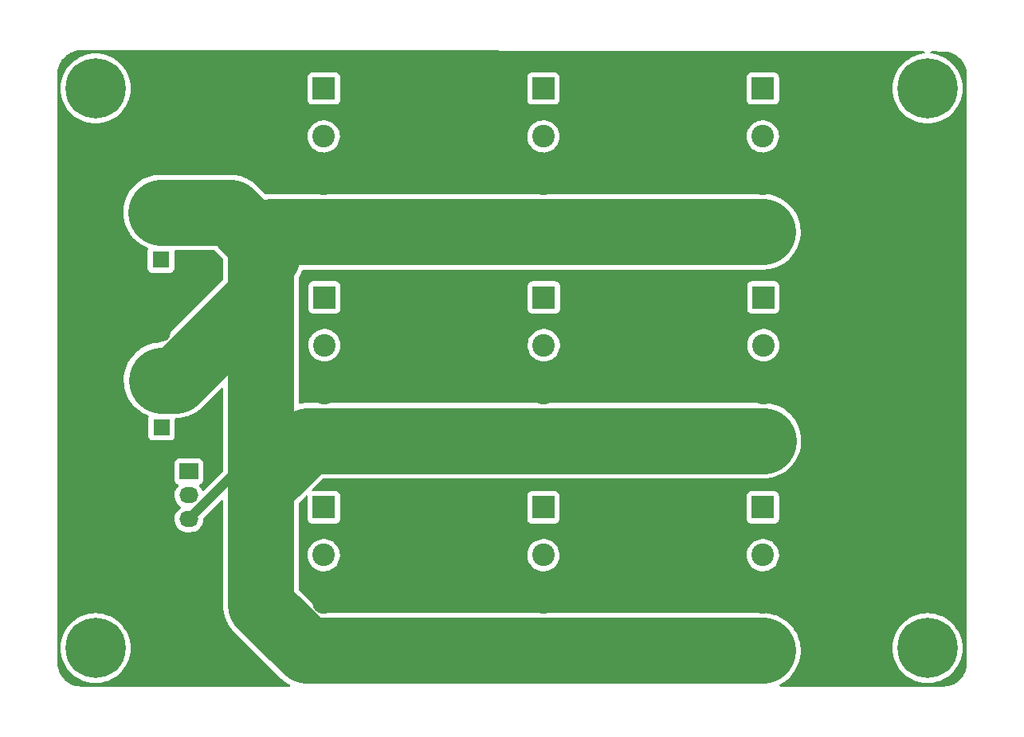
<source format=gbl>
G04 #@! TF.GenerationSoftware,KiCad,Pcbnew,(6.0.10)*
G04 #@! TF.CreationDate,2023-01-26T21:48:12-05:00*
G04 #@! TF.ProjectId,Connectors,436f6e6e-6563-4746-9f72-732e6b696361,rev?*
G04 #@! TF.SameCoordinates,Original*
G04 #@! TF.FileFunction,Copper,L2,Bot*
G04 #@! TF.FilePolarity,Positive*
%FSLAX46Y46*%
G04 Gerber Fmt 4.6, Leading zero omitted, Abs format (unit mm)*
G04 Created by KiCad (PCBNEW (6.0.10)) date 2023-01-26 21:48:12*
%MOMM*%
%LPD*%
G01*
G04 APERTURE LIST*
G04 #@! TA.AperFunction,ComponentPad*
%ADD10R,2.400000X2.400000*%
G04 #@! TD*
G04 #@! TA.AperFunction,ComponentPad*
%ADD11C,2.400000*%
G04 #@! TD*
G04 #@! TA.AperFunction,ComponentPad*
%ADD12R,1.803400X1.803400*%
G04 #@! TD*
G04 #@! TA.AperFunction,ComponentPad*
%ADD13C,1.803400*%
G04 #@! TD*
G04 #@! TA.AperFunction,ComponentPad*
%ADD14C,6.400000*%
G04 #@! TD*
G04 #@! TA.AperFunction,ComponentPad*
%ADD15R,2.030000X1.730000*%
G04 #@! TD*
G04 #@! TA.AperFunction,ComponentPad*
%ADD16O,2.030000X1.730000*%
G04 #@! TD*
G04 #@! TA.AperFunction,Conductor*
%ADD17C,7.000000*%
G04 #@! TD*
G04 #@! TA.AperFunction,Conductor*
%ADD18C,1.000000*%
G04 #@! TD*
G04 #@! TA.AperFunction,Conductor*
%ADD19C,0.250000*%
G04 #@! TD*
G04 APERTURE END LIST*
D10*
X142827500Y-70380000D03*
D11*
X142827500Y-75460000D03*
X142827500Y-80540000D03*
X142827500Y-85620000D03*
D10*
X142877500Y-92590000D03*
D11*
X142877500Y-97670000D03*
X142877500Y-102750000D03*
X142877500Y-107830000D03*
D12*
X102249999Y-106400000D03*
D13*
X102249999Y-101400000D03*
X102249999Y-96400000D03*
D14*
X95250000Y-129900000D03*
X95250000Y-70358000D03*
D10*
X166150000Y-114930000D03*
D11*
X166150000Y-120010000D03*
X166150000Y-125090000D03*
X166150000Y-130170000D03*
D10*
X142827500Y-114930000D03*
D11*
X142827500Y-120010000D03*
X142827500Y-125090000D03*
X142827500Y-130170000D03*
D15*
X105150000Y-111115000D03*
D16*
X105150000Y-113655000D03*
X105150000Y-116195000D03*
D14*
X183642000Y-70358000D03*
D10*
X166200000Y-92590000D03*
D11*
X166200000Y-97670000D03*
X166200000Y-102750000D03*
X166200000Y-107830000D03*
D12*
X102199999Y-88550000D03*
D13*
X102199999Y-83550000D03*
D10*
X166150000Y-70380000D03*
D11*
X166150000Y-75460000D03*
X166150000Y-80540000D03*
X166150000Y-85620000D03*
D14*
X183642000Y-129900000D03*
D10*
X119555000Y-92590000D03*
D11*
X119555000Y-97670000D03*
X119555000Y-102750000D03*
X119555000Y-107830000D03*
D10*
X119505000Y-114930000D03*
D11*
X119505000Y-120010000D03*
X119505000Y-125090000D03*
X119505000Y-130170000D03*
D10*
X119505000Y-70380000D03*
D11*
X119505000Y-75460000D03*
X119505000Y-80540000D03*
X119505000Y-85620000D03*
D17*
X112800000Y-125314647D02*
X117655353Y-130170000D01*
X142827500Y-85620000D02*
X166150000Y-85620000D01*
D18*
X105150000Y-116195000D02*
X112800000Y-108545000D01*
D17*
X119555000Y-107830000D02*
X142877500Y-107830000D01*
X112800000Y-86800000D02*
X113980000Y-85620000D01*
X142827500Y-130170000D02*
X166150000Y-130170000D01*
X109550000Y-83550000D02*
X113500000Y-87500000D01*
X113980000Y-85620000D02*
X119505000Y-85620000D01*
X102249999Y-101400000D02*
X103757786Y-101400000D01*
X112800000Y-100150000D02*
X112800000Y-90300000D01*
X117655353Y-130170000D02*
X119505000Y-130170000D01*
X113500000Y-87500000D02*
X113500000Y-88200000D01*
X142877500Y-107830000D02*
X166200000Y-107830000D01*
X112800000Y-100150000D02*
X112800000Y-107672000D01*
X112800000Y-107672000D02*
X112800000Y-125314647D01*
X112800000Y-92357786D02*
X112800000Y-90300000D01*
D19*
X112800000Y-108545000D02*
X112800000Y-107672000D01*
D17*
X117770000Y-107830000D02*
X112800000Y-112800000D01*
X103757786Y-101400000D02*
X112800000Y-92357786D01*
X119505000Y-130170000D02*
X142827500Y-130170000D01*
X119555000Y-107830000D02*
X117770000Y-107830000D01*
D18*
X116710353Y-129225000D02*
X117655353Y-130170000D01*
D17*
X119505000Y-85620000D02*
X142827500Y-85620000D01*
X102199999Y-83550000D02*
X109550000Y-83550000D01*
X112800000Y-90300000D02*
X112800000Y-86800000D01*
G04 #@! TA.AperFunction,Conductor*
G36*
X183231086Y-66414813D02*
G01*
X183299178Y-66434912D01*
X183345594Y-66488634D01*
X183355598Y-66558923D01*
X183326013Y-66623461D01*
X183266232Y-66661760D01*
X183250618Y-66665262D01*
X182869901Y-66725562D01*
X182494438Y-66826167D01*
X182491350Y-66827352D01*
X182491348Y-66827353D01*
X182443386Y-66845764D01*
X182131547Y-66965468D01*
X182128607Y-66966966D01*
X181788147Y-67140439D01*
X181788140Y-67140443D01*
X181785206Y-67141938D01*
X181782440Y-67143734D01*
X181782437Y-67143736D01*
X181574576Y-67278722D01*
X181459207Y-67353643D01*
X181157124Y-67598266D01*
X180882266Y-67873124D01*
X180637643Y-68175207D01*
X180635848Y-68177970D01*
X180635848Y-68177971D01*
X180441328Y-68477508D01*
X180425938Y-68501206D01*
X180424443Y-68504140D01*
X180424439Y-68504147D01*
X180267907Y-68811358D01*
X180249468Y-68847547D01*
X180110167Y-69210438D01*
X180009562Y-69585901D01*
X179948754Y-69969824D01*
X179928411Y-70358000D01*
X179948754Y-70746176D01*
X180009562Y-71130099D01*
X180110167Y-71505562D01*
X180249468Y-71868453D01*
X180250966Y-71871393D01*
X180358581Y-72082598D01*
X180425938Y-72214794D01*
X180637643Y-72540793D01*
X180882266Y-72842876D01*
X181157124Y-73117734D01*
X181459207Y-73362357D01*
X181785205Y-73574062D01*
X181788139Y-73575557D01*
X181788146Y-73575561D01*
X182128607Y-73749034D01*
X182131547Y-73750532D01*
X182494438Y-73889833D01*
X182869901Y-73990438D01*
X183073793Y-74022732D01*
X183250576Y-74050732D01*
X183250584Y-74050733D01*
X183253824Y-74051246D01*
X183642000Y-74071589D01*
X184030176Y-74051246D01*
X184033416Y-74050733D01*
X184033424Y-74050732D01*
X184210207Y-74022732D01*
X184414099Y-73990438D01*
X184789562Y-73889833D01*
X185152453Y-73750532D01*
X185155393Y-73749034D01*
X185495854Y-73575561D01*
X185495861Y-73575557D01*
X185498795Y-73574062D01*
X185824793Y-73362357D01*
X186126876Y-73117734D01*
X186401734Y-72842876D01*
X186646357Y-72540793D01*
X186858062Y-72214794D01*
X186925420Y-72082598D01*
X187033034Y-71871393D01*
X187034532Y-71868453D01*
X187173833Y-71505562D01*
X187274438Y-71130099D01*
X187335246Y-70746176D01*
X187355589Y-70358000D01*
X187335246Y-69969824D01*
X187274438Y-69585901D01*
X187173833Y-69210438D01*
X187034532Y-68847547D01*
X187016093Y-68811358D01*
X186859561Y-68504147D01*
X186859557Y-68504140D01*
X186858062Y-68501206D01*
X186842673Y-68477508D01*
X186648152Y-68177971D01*
X186648152Y-68177970D01*
X186646357Y-68175207D01*
X186401734Y-67873124D01*
X186126876Y-67598266D01*
X185824793Y-67353643D01*
X185822029Y-67351848D01*
X185501564Y-67143736D01*
X185501561Y-67143734D01*
X185498795Y-67141938D01*
X185495861Y-67140443D01*
X185495854Y-67140439D01*
X185155393Y-66966966D01*
X185152453Y-66965468D01*
X184840614Y-66845764D01*
X184792652Y-66827353D01*
X184792650Y-66827352D01*
X184789562Y-66826167D01*
X184414099Y-66725562D01*
X184410847Y-66725047D01*
X184410838Y-66725045D01*
X184040862Y-66666446D01*
X183976709Y-66636033D01*
X183939182Y-66575765D01*
X183940196Y-66504776D01*
X183979429Y-66445604D01*
X184044424Y-66417036D01*
X184060746Y-66415997D01*
X185247100Y-66417691D01*
X185266302Y-66419191D01*
X185269784Y-66419733D01*
X185281585Y-66421571D01*
X185281587Y-66421571D01*
X185290456Y-66422952D01*
X185308452Y-66420599D01*
X185331848Y-66419733D01*
X185451826Y-66426472D01*
X185574009Y-66433336D01*
X185588039Y-66434917D01*
X185854871Y-66480257D01*
X185868608Y-66483393D01*
X186128671Y-66558318D01*
X186142004Y-66562983D01*
X186392043Y-66666554D01*
X186404773Y-66672685D01*
X186641627Y-66803591D01*
X186653591Y-66811108D01*
X186874319Y-66967723D01*
X186885350Y-66976521D01*
X187068774Y-67140439D01*
X187087149Y-67156860D01*
X187097139Y-67166850D01*
X187277479Y-67368650D01*
X187286277Y-67379681D01*
X187354204Y-67475415D01*
X187442892Y-67600409D01*
X187450409Y-67612373D01*
X187581315Y-67849227D01*
X187587446Y-67861957D01*
X187691017Y-68111996D01*
X187695682Y-68125329D01*
X187770607Y-68385392D01*
X187773743Y-68399129D01*
X187819083Y-68665961D01*
X187820664Y-68679992D01*
X187833857Y-68914861D01*
X187832555Y-68941309D01*
X187832494Y-68941703D01*
X187831048Y-68950992D01*
X187835175Y-68982549D01*
X187836239Y-68998888D01*
X187836239Y-131399367D01*
X187834738Y-131418755D01*
X187832429Y-131433579D01*
X187832429Y-131433588D01*
X187831048Y-131442456D01*
X187833401Y-131460452D01*
X187834267Y-131483852D01*
X187820664Y-131726009D01*
X187819083Y-131740039D01*
X187773743Y-132006871D01*
X187770607Y-132020608D01*
X187735224Y-132143422D01*
X187695683Y-132280668D01*
X187691017Y-132294004D01*
X187587446Y-132544043D01*
X187581315Y-132556773D01*
X187450409Y-132793627D01*
X187442892Y-132805591D01*
X187438777Y-132811391D01*
X187286277Y-133026319D01*
X187277479Y-133037350D01*
X187197104Y-133127290D01*
X187097140Y-133239149D01*
X187087150Y-133249139D01*
X186885350Y-133429479D01*
X186874319Y-133438277D01*
X186677630Y-133577835D01*
X186653591Y-133594892D01*
X186641627Y-133602409D01*
X186404773Y-133733315D01*
X186392043Y-133739446D01*
X186142004Y-133843017D01*
X186128671Y-133847682D01*
X185868608Y-133922607D01*
X185854871Y-133925743D01*
X185588039Y-133971083D01*
X185574008Y-133972664D01*
X185339139Y-133985857D01*
X185312691Y-133984555D01*
X185311885Y-133984430D01*
X185311884Y-133984430D01*
X185303008Y-133983048D01*
X185274785Y-133986739D01*
X185271451Y-133987175D01*
X185255112Y-133988239D01*
X168012296Y-133988239D01*
X167944175Y-133968237D01*
X167897682Y-133914581D01*
X167887578Y-133844307D01*
X167917072Y-133779727D01*
X167957754Y-133748656D01*
X167963764Y-133745770D01*
X168065071Y-133697123D01*
X168405915Y-133489479D01*
X168582852Y-133355905D01*
X168721957Y-133250892D01*
X168721960Y-133250890D01*
X168724451Y-133249009D01*
X168726733Y-133246899D01*
X168726742Y-133246892D01*
X169015231Y-132980214D01*
X169017528Y-132978091D01*
X169081287Y-132906152D01*
X169280165Y-132681756D01*
X169282249Y-132679405D01*
X169515995Y-132355903D01*
X169716455Y-132010785D01*
X169881648Y-131647464D01*
X169941172Y-131472113D01*
X170008931Y-131272499D01*
X170008932Y-131272496D01*
X170009938Y-131269532D01*
X170010642Y-131266494D01*
X170010645Y-131266484D01*
X170099353Y-130883770D01*
X170099353Y-130883768D01*
X170100058Y-130880728D01*
X170151117Y-130484895D01*
X170162609Y-130085948D01*
X170149443Y-129900000D01*
X179928411Y-129900000D01*
X179948754Y-130288176D01*
X180009562Y-130672099D01*
X180110167Y-131047562D01*
X180249468Y-131410453D01*
X180250966Y-131413393D01*
X180413848Y-131733066D01*
X180425938Y-131756794D01*
X180637643Y-132082793D01*
X180639718Y-132085355D01*
X180860854Y-132358434D01*
X180882266Y-132384876D01*
X181157124Y-132659734D01*
X181159682Y-132661806D01*
X181159686Y-132661809D01*
X181308166Y-132782046D01*
X181459207Y-132904357D01*
X181461970Y-132906152D01*
X181461971Y-132906152D01*
X181753863Y-133095708D01*
X181785205Y-133116062D01*
X181788139Y-133117557D01*
X181788146Y-133117561D01*
X182102369Y-133277665D01*
X182131547Y-133292532D01*
X182178957Y-133310731D01*
X182481848Y-133427000D01*
X182494438Y-133431833D01*
X182869901Y-133532438D01*
X183073793Y-133564732D01*
X183250576Y-133592732D01*
X183250584Y-133592733D01*
X183253824Y-133593246D01*
X183642000Y-133613589D01*
X184030176Y-133593246D01*
X184033416Y-133592733D01*
X184033424Y-133592732D01*
X184210207Y-133564732D01*
X184414099Y-133532438D01*
X184789562Y-133431833D01*
X184802153Y-133427000D01*
X185105043Y-133310731D01*
X185152453Y-133292532D01*
X185181631Y-133277665D01*
X185495854Y-133117561D01*
X185495861Y-133117557D01*
X185498795Y-133116062D01*
X185530138Y-133095708D01*
X185822029Y-132906152D01*
X185822030Y-132906152D01*
X185824793Y-132904357D01*
X185975834Y-132782046D01*
X186124314Y-132661809D01*
X186124318Y-132661806D01*
X186126876Y-132659734D01*
X186401734Y-132384876D01*
X186423147Y-132358434D01*
X186644282Y-132085355D01*
X186646357Y-132082793D01*
X186858062Y-131756794D01*
X186870153Y-131733066D01*
X187033034Y-131413393D01*
X187034532Y-131410453D01*
X187173833Y-131047562D01*
X187274438Y-130672099D01*
X187335246Y-130288176D01*
X187355589Y-129900000D01*
X187335246Y-129511824D01*
X187274438Y-129127901D01*
X187173833Y-128752438D01*
X187034532Y-128389547D01*
X186929929Y-128184252D01*
X186859561Y-128046147D01*
X186859557Y-128046140D01*
X186858062Y-128043206D01*
X186847289Y-128026616D01*
X186648152Y-127719971D01*
X186648152Y-127719970D01*
X186646357Y-127717207D01*
X186401734Y-127415124D01*
X186126876Y-127140266D01*
X186083117Y-127104830D01*
X185932026Y-126982479D01*
X185824793Y-126895643D01*
X185614327Y-126758965D01*
X185501564Y-126685736D01*
X185501561Y-126685734D01*
X185498795Y-126683938D01*
X185495861Y-126682443D01*
X185495854Y-126682439D01*
X185155393Y-126508966D01*
X185152453Y-126507468D01*
X184789562Y-126368167D01*
X184414099Y-126267562D01*
X184184085Y-126231131D01*
X184033424Y-126207268D01*
X184033416Y-126207267D01*
X184030176Y-126206754D01*
X183642000Y-126186411D01*
X183253824Y-126206754D01*
X183250584Y-126207267D01*
X183250576Y-126207268D01*
X183099915Y-126231131D01*
X182869901Y-126267562D01*
X182494438Y-126368167D01*
X182131547Y-126507468D01*
X182128607Y-126508966D01*
X181788147Y-126682439D01*
X181788140Y-126682443D01*
X181785206Y-126683938D01*
X181782440Y-126685734D01*
X181782437Y-126685736D01*
X181503315Y-126866999D01*
X181459207Y-126895643D01*
X181351974Y-126982479D01*
X181200884Y-127104830D01*
X181157124Y-127140266D01*
X180882266Y-127415124D01*
X180637643Y-127717207D01*
X180635848Y-127719970D01*
X180635848Y-127719971D01*
X180436712Y-128026616D01*
X180425938Y-128043206D01*
X180424443Y-128046140D01*
X180424439Y-128046147D01*
X180354071Y-128184252D01*
X180249468Y-128389547D01*
X180110167Y-128752438D01*
X180009562Y-129127901D01*
X179948754Y-129511824D01*
X179928411Y-129900000D01*
X170149443Y-129900000D01*
X170134421Y-129687832D01*
X170066831Y-129294485D01*
X169960509Y-128909795D01*
X169959386Y-128906893D01*
X169959383Y-128906883D01*
X169817635Y-128540488D01*
X169816505Y-128537567D01*
X169636243Y-128181482D01*
X169634564Y-128178852D01*
X169634558Y-128178841D01*
X169449615Y-127889098D01*
X169421506Y-127845061D01*
X169419577Y-127842614D01*
X169419572Y-127842607D01*
X169176362Y-127534098D01*
X169174418Y-127531632D01*
X169172243Y-127529376D01*
X169172238Y-127529370D01*
X169047717Y-127400200D01*
X168897422Y-127244292D01*
X168876940Y-127226891D01*
X168595652Y-126987919D01*
X168595643Y-126987912D01*
X168593257Y-126985885D01*
X168429576Y-126872758D01*
X168267503Y-126760742D01*
X168267494Y-126760737D01*
X168264931Y-126758965D01*
X168262196Y-126757452D01*
X168262191Y-126757449D01*
X168009362Y-126617592D01*
X167915691Y-126565776D01*
X167912822Y-126564543D01*
X167912811Y-126564538D01*
X167551858Y-126409461D01*
X167551855Y-126409460D01*
X167548990Y-126408229D01*
X167546013Y-126407288D01*
X167546009Y-126407286D01*
X167398034Y-126360488D01*
X167168455Y-126287882D01*
X166777848Y-126205924D01*
X166774730Y-126205588D01*
X166383484Y-126163430D01*
X166383481Y-126163430D01*
X166381033Y-126163166D01*
X166378570Y-126163095D01*
X166378569Y-126163095D01*
X166375319Y-126163001D01*
X166323197Y-126161500D01*
X119367918Y-126161500D01*
X119299797Y-126141498D01*
X119278823Y-126124595D01*
X116845405Y-123691177D01*
X116811379Y-123628865D01*
X116808500Y-123602082D01*
X116808500Y-119965151D01*
X117792296Y-119965151D01*
X117804480Y-120218798D01*
X117854021Y-120467857D01*
X117855600Y-120472255D01*
X117855602Y-120472262D01*
X117900022Y-120595980D01*
X117939831Y-120706858D01*
X118060025Y-120930551D01*
X118062820Y-120934294D01*
X118062822Y-120934297D01*
X118209171Y-121130282D01*
X118209176Y-121130288D01*
X118211963Y-121134020D01*
X118215272Y-121137300D01*
X118215277Y-121137306D01*
X118313859Y-121235031D01*
X118392307Y-121312797D01*
X118396069Y-121315555D01*
X118396072Y-121315558D01*
X118501764Y-121393054D01*
X118597094Y-121462953D01*
X118601229Y-121465129D01*
X118601233Y-121465131D01*
X118719289Y-121527243D01*
X118821827Y-121581191D01*
X119061568Y-121664912D01*
X119311050Y-121712278D01*
X119431532Y-121717011D01*
X119560125Y-121722064D01*
X119560130Y-121722064D01*
X119564793Y-121722247D01*
X119663774Y-121711407D01*
X119812569Y-121695112D01*
X119812575Y-121695111D01*
X119817222Y-121694602D01*
X119926680Y-121665784D01*
X120058273Y-121631138D01*
X120062793Y-121629948D01*
X120181353Y-121579011D01*
X120291807Y-121531557D01*
X120291810Y-121531555D01*
X120296110Y-121529708D01*
X120300090Y-121527245D01*
X120300094Y-121527243D01*
X120508064Y-121398547D01*
X120508066Y-121398545D01*
X120512047Y-121396082D01*
X120610428Y-121312797D01*
X120702289Y-121235031D01*
X120702291Y-121235029D01*
X120705862Y-121232006D01*
X120873295Y-121041084D01*
X121010669Y-120827512D01*
X121114967Y-120595980D01*
X121183896Y-120351575D01*
X121215943Y-120099667D01*
X121218291Y-120010000D01*
X121214958Y-119965151D01*
X141114796Y-119965151D01*
X141126980Y-120218798D01*
X141176521Y-120467857D01*
X141178100Y-120472255D01*
X141178102Y-120472262D01*
X141222522Y-120595980D01*
X141262331Y-120706858D01*
X141382525Y-120930551D01*
X141385320Y-120934294D01*
X141385322Y-120934297D01*
X141531671Y-121130282D01*
X141531676Y-121130288D01*
X141534463Y-121134020D01*
X141537772Y-121137300D01*
X141537777Y-121137306D01*
X141636359Y-121235031D01*
X141714807Y-121312797D01*
X141718569Y-121315555D01*
X141718572Y-121315558D01*
X141824264Y-121393054D01*
X141919594Y-121462953D01*
X141923729Y-121465129D01*
X141923733Y-121465131D01*
X142041789Y-121527243D01*
X142144327Y-121581191D01*
X142384068Y-121664912D01*
X142633550Y-121712278D01*
X142754032Y-121717011D01*
X142882625Y-121722064D01*
X142882630Y-121722064D01*
X142887293Y-121722247D01*
X142986274Y-121711407D01*
X143135069Y-121695112D01*
X143135075Y-121695111D01*
X143139722Y-121694602D01*
X143249180Y-121665784D01*
X143380773Y-121631138D01*
X143385293Y-121629948D01*
X143503853Y-121579011D01*
X143614307Y-121531557D01*
X143614310Y-121531555D01*
X143618610Y-121529708D01*
X143622590Y-121527245D01*
X143622594Y-121527243D01*
X143830564Y-121398547D01*
X143830566Y-121398545D01*
X143834547Y-121396082D01*
X143932928Y-121312797D01*
X144024789Y-121235031D01*
X144024791Y-121235029D01*
X144028362Y-121232006D01*
X144195795Y-121041084D01*
X144333169Y-120827512D01*
X144437467Y-120595980D01*
X144506396Y-120351575D01*
X144538443Y-120099667D01*
X144540791Y-120010000D01*
X144537458Y-119965151D01*
X164437296Y-119965151D01*
X164449480Y-120218798D01*
X164499021Y-120467857D01*
X164500600Y-120472255D01*
X164500602Y-120472262D01*
X164545022Y-120595980D01*
X164584831Y-120706858D01*
X164705025Y-120930551D01*
X164707820Y-120934294D01*
X164707822Y-120934297D01*
X164854171Y-121130282D01*
X164854176Y-121130288D01*
X164856963Y-121134020D01*
X164860272Y-121137300D01*
X164860277Y-121137306D01*
X164958859Y-121235031D01*
X165037307Y-121312797D01*
X165041069Y-121315555D01*
X165041072Y-121315558D01*
X165146764Y-121393054D01*
X165242094Y-121462953D01*
X165246229Y-121465129D01*
X165246233Y-121465131D01*
X165364289Y-121527243D01*
X165466827Y-121581191D01*
X165706568Y-121664912D01*
X165956050Y-121712278D01*
X166076532Y-121717011D01*
X166205125Y-121722064D01*
X166205130Y-121722064D01*
X166209793Y-121722247D01*
X166308774Y-121711407D01*
X166457569Y-121695112D01*
X166457575Y-121695111D01*
X166462222Y-121694602D01*
X166571680Y-121665784D01*
X166703273Y-121631138D01*
X166707793Y-121629948D01*
X166826353Y-121579011D01*
X166936807Y-121531557D01*
X166936810Y-121531555D01*
X166941110Y-121529708D01*
X166945090Y-121527245D01*
X166945094Y-121527243D01*
X167153064Y-121398547D01*
X167153066Y-121398545D01*
X167157047Y-121396082D01*
X167255428Y-121312797D01*
X167347289Y-121235031D01*
X167347291Y-121235029D01*
X167350862Y-121232006D01*
X167518295Y-121041084D01*
X167655669Y-120827512D01*
X167759967Y-120595980D01*
X167828896Y-120351575D01*
X167860943Y-120099667D01*
X167863291Y-120010000D01*
X167844472Y-119756759D01*
X167788428Y-119509082D01*
X167696391Y-119272409D01*
X167675866Y-119236498D01*
X167572702Y-119055997D01*
X167572700Y-119055995D01*
X167570383Y-119051940D01*
X167413171Y-118852517D01*
X167228209Y-118678523D01*
X167184483Y-118648189D01*
X167023393Y-118536437D01*
X167023390Y-118536435D01*
X167019561Y-118533779D01*
X167015384Y-118531719D01*
X167015377Y-118531715D01*
X166795996Y-118423528D01*
X166795992Y-118423527D01*
X166791810Y-118421464D01*
X166549960Y-118344047D01*
X166545355Y-118343297D01*
X166303935Y-118303980D01*
X166303934Y-118303980D01*
X166299323Y-118303229D01*
X166172365Y-118301567D01*
X166050083Y-118299966D01*
X166050080Y-118299966D01*
X166045406Y-118299905D01*
X165793787Y-118334149D01*
X165549993Y-118405208D01*
X165319380Y-118511522D01*
X165315471Y-118514085D01*
X165110928Y-118648189D01*
X165110923Y-118648193D01*
X165107015Y-118650755D01*
X164917562Y-118819848D01*
X164755183Y-119015087D01*
X164623447Y-119232182D01*
X164525246Y-119466365D01*
X164462738Y-119712490D01*
X164437296Y-119965151D01*
X144537458Y-119965151D01*
X144521972Y-119756759D01*
X144465928Y-119509082D01*
X144373891Y-119272409D01*
X144353366Y-119236498D01*
X144250202Y-119055997D01*
X144250200Y-119055995D01*
X144247883Y-119051940D01*
X144090671Y-118852517D01*
X143905709Y-118678523D01*
X143861983Y-118648189D01*
X143700893Y-118536437D01*
X143700890Y-118536435D01*
X143697061Y-118533779D01*
X143692884Y-118531719D01*
X143692877Y-118531715D01*
X143473496Y-118423528D01*
X143473492Y-118423527D01*
X143469310Y-118421464D01*
X143227460Y-118344047D01*
X143222855Y-118343297D01*
X142981435Y-118303980D01*
X142981434Y-118303980D01*
X142976823Y-118303229D01*
X142849865Y-118301567D01*
X142727583Y-118299966D01*
X142727580Y-118299966D01*
X142722906Y-118299905D01*
X142471287Y-118334149D01*
X142227493Y-118405208D01*
X141996880Y-118511522D01*
X141992971Y-118514085D01*
X141788428Y-118648189D01*
X141788423Y-118648193D01*
X141784515Y-118650755D01*
X141595062Y-118819848D01*
X141432683Y-119015087D01*
X141300947Y-119232182D01*
X141202746Y-119466365D01*
X141140238Y-119712490D01*
X141114796Y-119965151D01*
X121214958Y-119965151D01*
X121199472Y-119756759D01*
X121143428Y-119509082D01*
X121051391Y-119272409D01*
X121030866Y-119236498D01*
X120927702Y-119055997D01*
X120927700Y-119055995D01*
X120925383Y-119051940D01*
X120768171Y-118852517D01*
X120583209Y-118678523D01*
X120539483Y-118648189D01*
X120378393Y-118536437D01*
X120378390Y-118536435D01*
X120374561Y-118533779D01*
X120370384Y-118531719D01*
X120370377Y-118531715D01*
X120150996Y-118423528D01*
X120150992Y-118423527D01*
X120146810Y-118421464D01*
X119904960Y-118344047D01*
X119900355Y-118343297D01*
X119658935Y-118303980D01*
X119658934Y-118303980D01*
X119654323Y-118303229D01*
X119527365Y-118301567D01*
X119405083Y-118299966D01*
X119405080Y-118299966D01*
X119400406Y-118299905D01*
X119148787Y-118334149D01*
X118904993Y-118405208D01*
X118674380Y-118511522D01*
X118670471Y-118514085D01*
X118465928Y-118648189D01*
X118465923Y-118648193D01*
X118462015Y-118650755D01*
X118272562Y-118819848D01*
X118110183Y-119015087D01*
X117978447Y-119232182D01*
X117880246Y-119466365D01*
X117817738Y-119712490D01*
X117792296Y-119965151D01*
X116808500Y-119965151D01*
X116808500Y-114512565D01*
X116828502Y-114444444D01*
X116845405Y-114423470D01*
X117581405Y-113687470D01*
X117643717Y-113653444D01*
X117714532Y-113658509D01*
X117771368Y-113701056D01*
X117796179Y-113767576D01*
X117796500Y-113776565D01*
X117796500Y-116178134D01*
X117803255Y-116240316D01*
X117854385Y-116376705D01*
X117941739Y-116493261D01*
X118058295Y-116580615D01*
X118194684Y-116631745D01*
X118256866Y-116638500D01*
X120753134Y-116638500D01*
X120815316Y-116631745D01*
X120951705Y-116580615D01*
X121068261Y-116493261D01*
X121155615Y-116376705D01*
X121206745Y-116240316D01*
X121213500Y-116178134D01*
X141119000Y-116178134D01*
X141125755Y-116240316D01*
X141176885Y-116376705D01*
X141264239Y-116493261D01*
X141380795Y-116580615D01*
X141517184Y-116631745D01*
X141579366Y-116638500D01*
X144075634Y-116638500D01*
X144137816Y-116631745D01*
X144274205Y-116580615D01*
X144390761Y-116493261D01*
X144478115Y-116376705D01*
X144529245Y-116240316D01*
X144536000Y-116178134D01*
X164441500Y-116178134D01*
X164448255Y-116240316D01*
X164499385Y-116376705D01*
X164586739Y-116493261D01*
X164703295Y-116580615D01*
X164839684Y-116631745D01*
X164901866Y-116638500D01*
X167398134Y-116638500D01*
X167460316Y-116631745D01*
X167596705Y-116580615D01*
X167713261Y-116493261D01*
X167800615Y-116376705D01*
X167851745Y-116240316D01*
X167858500Y-116178134D01*
X167858500Y-113681866D01*
X167851745Y-113619684D01*
X167800615Y-113483295D01*
X167713261Y-113366739D01*
X167596705Y-113279385D01*
X167460316Y-113228255D01*
X167398134Y-113221500D01*
X164901866Y-113221500D01*
X164839684Y-113228255D01*
X164703295Y-113279385D01*
X164586739Y-113366739D01*
X164499385Y-113483295D01*
X164448255Y-113619684D01*
X164441500Y-113681866D01*
X164441500Y-116178134D01*
X144536000Y-116178134D01*
X144536000Y-113681866D01*
X144529245Y-113619684D01*
X144478115Y-113483295D01*
X144390761Y-113366739D01*
X144274205Y-113279385D01*
X144137816Y-113228255D01*
X144075634Y-113221500D01*
X141579366Y-113221500D01*
X141517184Y-113228255D01*
X141380795Y-113279385D01*
X141264239Y-113366739D01*
X141176885Y-113483295D01*
X141125755Y-113619684D01*
X141119000Y-113681866D01*
X141119000Y-116178134D01*
X121213500Y-116178134D01*
X121213500Y-113681866D01*
X121206745Y-113619684D01*
X121155615Y-113483295D01*
X121068261Y-113366739D01*
X120951705Y-113279385D01*
X120815316Y-113228255D01*
X120753134Y-113221500D01*
X118351565Y-113221500D01*
X118283444Y-113201498D01*
X118236951Y-113147842D01*
X118226847Y-113077568D01*
X118256341Y-113012988D01*
X118262470Y-113006405D01*
X119393470Y-111875405D01*
X119455782Y-111841379D01*
X119482565Y-111838500D01*
X166300217Y-111838500D01*
X166301780Y-111838422D01*
X166301788Y-111838422D01*
X166399009Y-111833582D01*
X166598619Y-111823645D01*
X166601704Y-111823181D01*
X166601706Y-111823181D01*
X166990203Y-111764773D01*
X166993296Y-111764308D01*
X166996332Y-111763537D01*
X167377085Y-111666838D01*
X167377088Y-111666837D01*
X167380128Y-111666065D01*
X167383076Y-111664995D01*
X167752352Y-111530955D01*
X167752362Y-111530951D01*
X167755290Y-111529888D01*
X168115071Y-111357123D01*
X168455915Y-111149479D01*
X168774451Y-110909009D01*
X168776733Y-110906899D01*
X168776742Y-110906892D01*
X169065231Y-110640214D01*
X169067528Y-110638091D01*
X169332249Y-110339405D01*
X169565995Y-110015903D01*
X169766455Y-109670785D01*
X169931648Y-109307464D01*
X170059938Y-108929532D01*
X170060642Y-108926494D01*
X170060645Y-108926484D01*
X170149353Y-108543770D01*
X170149353Y-108543768D01*
X170150058Y-108540728D01*
X170201117Y-108144895D01*
X170212609Y-107745948D01*
X170206367Y-107657781D01*
X170184643Y-107350968D01*
X170184421Y-107347832D01*
X170116831Y-106954485D01*
X170010509Y-106569795D01*
X170009386Y-106566893D01*
X170009383Y-106566883D01*
X169867635Y-106200488D01*
X169866505Y-106197567D01*
X169686243Y-105841482D01*
X169684564Y-105838852D01*
X169684558Y-105838841D01*
X169473187Y-105507695D01*
X169471506Y-105505061D01*
X169469577Y-105502614D01*
X169469572Y-105502607D01*
X169228731Y-105197103D01*
X169224418Y-105191632D01*
X169222243Y-105189376D01*
X169222238Y-105189370D01*
X169044950Y-105005462D01*
X168947422Y-104904292D01*
X168839436Y-104812551D01*
X168645652Y-104647919D01*
X168645643Y-104647912D01*
X168643257Y-104645885D01*
X168550940Y-104582081D01*
X168317503Y-104420742D01*
X168317494Y-104420737D01*
X168314931Y-104418965D01*
X168312196Y-104417452D01*
X168312191Y-104417449D01*
X168142261Y-104323449D01*
X167965691Y-104225776D01*
X167962822Y-104224543D01*
X167962811Y-104224538D01*
X167601858Y-104069461D01*
X167601855Y-104069460D01*
X167598990Y-104068229D01*
X167596013Y-104067288D01*
X167596009Y-104067286D01*
X167465293Y-104025946D01*
X167218455Y-103947882D01*
X167159458Y-103935503D01*
X166970774Y-103895913D01*
X166827848Y-103865924D01*
X166824730Y-103865588D01*
X166433484Y-103823430D01*
X166433481Y-103823430D01*
X166431033Y-103823166D01*
X166428570Y-103823095D01*
X166428569Y-103823095D01*
X166425319Y-103823001D01*
X166373197Y-103821500D01*
X117809209Y-103821500D01*
X117806900Y-103821479D01*
X117643932Y-103818492D01*
X117606630Y-103821526D01*
X117509794Y-103829402D01*
X117505845Y-103829661D01*
X117476575Y-103831118D01*
X117371381Y-103836355D01*
X117368302Y-103836818D01*
X117368291Y-103836819D01*
X117313230Y-103845097D01*
X117304713Y-103846082D01*
X117249269Y-103850592D01*
X117246134Y-103850847D01*
X117243050Y-103851410D01*
X117243044Y-103851411D01*
X117113740Y-103875026D01*
X117109836Y-103875676D01*
X116979808Y-103895225D01*
X116979802Y-103895226D01*
X116976704Y-103895692D01*
X116973654Y-103896467D01*
X116973652Y-103896467D01*
X116965511Y-103898534D01*
X116894563Y-103895913D01*
X116836295Y-103855351D01*
X116809206Y-103789726D01*
X116808500Y-103776410D01*
X116808500Y-97625151D01*
X117842296Y-97625151D01*
X117842520Y-97629817D01*
X117842520Y-97629822D01*
X117845897Y-97700112D01*
X117854480Y-97878798D01*
X117904021Y-98127857D01*
X117905600Y-98132255D01*
X117905602Y-98132262D01*
X117950022Y-98255980D01*
X117989831Y-98366858D01*
X118110025Y-98590551D01*
X118112820Y-98594294D01*
X118112822Y-98594297D01*
X118259171Y-98790282D01*
X118259176Y-98790288D01*
X118261963Y-98794020D01*
X118265272Y-98797300D01*
X118265277Y-98797306D01*
X118363859Y-98895031D01*
X118442307Y-98972797D01*
X118446069Y-98975555D01*
X118446072Y-98975558D01*
X118551764Y-99053054D01*
X118647094Y-99122953D01*
X118651229Y-99125129D01*
X118651233Y-99125131D01*
X118769289Y-99187243D01*
X118871827Y-99241191D01*
X119111568Y-99324912D01*
X119361050Y-99372278D01*
X119481532Y-99377011D01*
X119610125Y-99382064D01*
X119610130Y-99382064D01*
X119614793Y-99382247D01*
X119713774Y-99371407D01*
X119862569Y-99355112D01*
X119862575Y-99355111D01*
X119867222Y-99354602D01*
X119976680Y-99325784D01*
X120108273Y-99291138D01*
X120112793Y-99289948D01*
X120231353Y-99239011D01*
X120341807Y-99191557D01*
X120341810Y-99191555D01*
X120346110Y-99189708D01*
X120350090Y-99187245D01*
X120350094Y-99187243D01*
X120558064Y-99058547D01*
X120558066Y-99058545D01*
X120562047Y-99056082D01*
X120660428Y-98972797D01*
X120752289Y-98895031D01*
X120752291Y-98895029D01*
X120755862Y-98892006D01*
X120923295Y-98701084D01*
X121060669Y-98487512D01*
X121164967Y-98255980D01*
X121233896Y-98011575D01*
X121251541Y-97872877D01*
X121265545Y-97762798D01*
X121265545Y-97762792D01*
X121265943Y-97759667D01*
X121268291Y-97670000D01*
X121264958Y-97625151D01*
X141164796Y-97625151D01*
X141165020Y-97629817D01*
X141165020Y-97629822D01*
X141168397Y-97700112D01*
X141176980Y-97878798D01*
X141226521Y-98127857D01*
X141228100Y-98132255D01*
X141228102Y-98132262D01*
X141272522Y-98255980D01*
X141312331Y-98366858D01*
X141432525Y-98590551D01*
X141435320Y-98594294D01*
X141435322Y-98594297D01*
X141581671Y-98790282D01*
X141581676Y-98790288D01*
X141584463Y-98794020D01*
X141587772Y-98797300D01*
X141587777Y-98797306D01*
X141686359Y-98895031D01*
X141764807Y-98972797D01*
X141768569Y-98975555D01*
X141768572Y-98975558D01*
X141874264Y-99053054D01*
X141969594Y-99122953D01*
X141973729Y-99125129D01*
X141973733Y-99125131D01*
X142091789Y-99187243D01*
X142194327Y-99241191D01*
X142434068Y-99324912D01*
X142683550Y-99372278D01*
X142804032Y-99377011D01*
X142932625Y-99382064D01*
X142932630Y-99382064D01*
X142937293Y-99382247D01*
X143036274Y-99371407D01*
X143185069Y-99355112D01*
X143185075Y-99355111D01*
X143189722Y-99354602D01*
X143299180Y-99325784D01*
X143430773Y-99291138D01*
X143435293Y-99289948D01*
X143553853Y-99239011D01*
X143664307Y-99191557D01*
X143664310Y-99191555D01*
X143668610Y-99189708D01*
X143672590Y-99187245D01*
X143672594Y-99187243D01*
X143880564Y-99058547D01*
X143880566Y-99058545D01*
X143884547Y-99056082D01*
X143982928Y-98972797D01*
X144074789Y-98895031D01*
X144074791Y-98895029D01*
X144078362Y-98892006D01*
X144245795Y-98701084D01*
X144383169Y-98487512D01*
X144487467Y-98255980D01*
X144556396Y-98011575D01*
X144574041Y-97872877D01*
X144588045Y-97762798D01*
X144588045Y-97762792D01*
X144588443Y-97759667D01*
X144590791Y-97670000D01*
X144587458Y-97625151D01*
X164487296Y-97625151D01*
X164487520Y-97629817D01*
X164487520Y-97629822D01*
X164490897Y-97700112D01*
X164499480Y-97878798D01*
X164549021Y-98127857D01*
X164550600Y-98132255D01*
X164550602Y-98132262D01*
X164595022Y-98255980D01*
X164634831Y-98366858D01*
X164755025Y-98590551D01*
X164757820Y-98594294D01*
X164757822Y-98594297D01*
X164904171Y-98790282D01*
X164904176Y-98790288D01*
X164906963Y-98794020D01*
X164910272Y-98797300D01*
X164910277Y-98797306D01*
X165008859Y-98895031D01*
X165087307Y-98972797D01*
X165091069Y-98975555D01*
X165091072Y-98975558D01*
X165196764Y-99053054D01*
X165292094Y-99122953D01*
X165296229Y-99125129D01*
X165296233Y-99125131D01*
X165414289Y-99187243D01*
X165516827Y-99241191D01*
X165756568Y-99324912D01*
X166006050Y-99372278D01*
X166126532Y-99377011D01*
X166255125Y-99382064D01*
X166255130Y-99382064D01*
X166259793Y-99382247D01*
X166358774Y-99371407D01*
X166507569Y-99355112D01*
X166507575Y-99355111D01*
X166512222Y-99354602D01*
X166621680Y-99325784D01*
X166753273Y-99291138D01*
X166757793Y-99289948D01*
X166876353Y-99239011D01*
X166986807Y-99191557D01*
X166986810Y-99191555D01*
X166991110Y-99189708D01*
X166995090Y-99187245D01*
X166995094Y-99187243D01*
X167203064Y-99058547D01*
X167203066Y-99058545D01*
X167207047Y-99056082D01*
X167305428Y-98972797D01*
X167397289Y-98895031D01*
X167397291Y-98895029D01*
X167400862Y-98892006D01*
X167568295Y-98701084D01*
X167705669Y-98487512D01*
X167809967Y-98255980D01*
X167878896Y-98011575D01*
X167896541Y-97872877D01*
X167910545Y-97762798D01*
X167910545Y-97762792D01*
X167910943Y-97759667D01*
X167913291Y-97670000D01*
X167898166Y-97466463D01*
X167894818Y-97421411D01*
X167894817Y-97421407D01*
X167894472Y-97416759D01*
X167889378Y-97394244D01*
X167839459Y-97173639D01*
X167838428Y-97169082D01*
X167746391Y-96932409D01*
X167725866Y-96896498D01*
X167622702Y-96715997D01*
X167622700Y-96715995D01*
X167620383Y-96711940D01*
X167463171Y-96512517D01*
X167278209Y-96338523D01*
X167234483Y-96308189D01*
X167073393Y-96196437D01*
X167073390Y-96196435D01*
X167069561Y-96193779D01*
X167065384Y-96191719D01*
X167065377Y-96191715D01*
X166845996Y-96083528D01*
X166845992Y-96083527D01*
X166841810Y-96081464D01*
X166599960Y-96004047D01*
X166595355Y-96003297D01*
X166353935Y-95963980D01*
X166353934Y-95963980D01*
X166349323Y-95963229D01*
X166222365Y-95961567D01*
X166100083Y-95959966D01*
X166100080Y-95959966D01*
X166095406Y-95959905D01*
X165843787Y-95994149D01*
X165599993Y-96065208D01*
X165369380Y-96171522D01*
X165365471Y-96174085D01*
X165160928Y-96308189D01*
X165160923Y-96308193D01*
X165157015Y-96310755D01*
X164967562Y-96479848D01*
X164805183Y-96675087D01*
X164673447Y-96892182D01*
X164575246Y-97126365D01*
X164512738Y-97372490D01*
X164487296Y-97625151D01*
X144587458Y-97625151D01*
X144575666Y-97466463D01*
X144572318Y-97421411D01*
X144572317Y-97421407D01*
X144571972Y-97416759D01*
X144566878Y-97394244D01*
X144516959Y-97173639D01*
X144515928Y-97169082D01*
X144423891Y-96932409D01*
X144403366Y-96896498D01*
X144300202Y-96715997D01*
X144300200Y-96715995D01*
X144297883Y-96711940D01*
X144140671Y-96512517D01*
X143955709Y-96338523D01*
X143911983Y-96308189D01*
X143750893Y-96196437D01*
X143750890Y-96196435D01*
X143747061Y-96193779D01*
X143742884Y-96191719D01*
X143742877Y-96191715D01*
X143523496Y-96083528D01*
X143523492Y-96083527D01*
X143519310Y-96081464D01*
X143277460Y-96004047D01*
X143272855Y-96003297D01*
X143031435Y-95963980D01*
X143031434Y-95963980D01*
X143026823Y-95963229D01*
X142899865Y-95961567D01*
X142777583Y-95959966D01*
X142777580Y-95959966D01*
X142772906Y-95959905D01*
X142521287Y-95994149D01*
X142277493Y-96065208D01*
X142046880Y-96171522D01*
X142042971Y-96174085D01*
X141838428Y-96308189D01*
X141838423Y-96308193D01*
X141834515Y-96310755D01*
X141645062Y-96479848D01*
X141482683Y-96675087D01*
X141350947Y-96892182D01*
X141252746Y-97126365D01*
X141190238Y-97372490D01*
X141164796Y-97625151D01*
X121264958Y-97625151D01*
X121253166Y-97466463D01*
X121249818Y-97421411D01*
X121249817Y-97421407D01*
X121249472Y-97416759D01*
X121244378Y-97394244D01*
X121194459Y-97173639D01*
X121193428Y-97169082D01*
X121101391Y-96932409D01*
X121080866Y-96896498D01*
X120977702Y-96715997D01*
X120977700Y-96715995D01*
X120975383Y-96711940D01*
X120818171Y-96512517D01*
X120633209Y-96338523D01*
X120589483Y-96308189D01*
X120428393Y-96196437D01*
X120428390Y-96196435D01*
X120424561Y-96193779D01*
X120420384Y-96191719D01*
X120420377Y-96191715D01*
X120200996Y-96083528D01*
X120200992Y-96083527D01*
X120196810Y-96081464D01*
X119954960Y-96004047D01*
X119950355Y-96003297D01*
X119708935Y-95963980D01*
X119708934Y-95963980D01*
X119704323Y-95963229D01*
X119577365Y-95961567D01*
X119455083Y-95959966D01*
X119455080Y-95959966D01*
X119450406Y-95959905D01*
X119198787Y-95994149D01*
X118954993Y-96065208D01*
X118724380Y-96171522D01*
X118720471Y-96174085D01*
X118515928Y-96308189D01*
X118515923Y-96308193D01*
X118512015Y-96310755D01*
X118322562Y-96479848D01*
X118160183Y-96675087D01*
X118028447Y-96892182D01*
X117930246Y-97126365D01*
X117867738Y-97372490D01*
X117842296Y-97625151D01*
X116808500Y-97625151D01*
X116808500Y-93838134D01*
X117846500Y-93838134D01*
X117853255Y-93900316D01*
X117904385Y-94036705D01*
X117991739Y-94153261D01*
X118108295Y-94240615D01*
X118244684Y-94291745D01*
X118306866Y-94298500D01*
X120803134Y-94298500D01*
X120865316Y-94291745D01*
X121001705Y-94240615D01*
X121118261Y-94153261D01*
X121205615Y-94036705D01*
X121256745Y-93900316D01*
X121263500Y-93838134D01*
X141169000Y-93838134D01*
X141175755Y-93900316D01*
X141226885Y-94036705D01*
X141314239Y-94153261D01*
X141430795Y-94240615D01*
X141567184Y-94291745D01*
X141629366Y-94298500D01*
X144125634Y-94298500D01*
X144187816Y-94291745D01*
X144324205Y-94240615D01*
X144440761Y-94153261D01*
X144528115Y-94036705D01*
X144579245Y-93900316D01*
X144586000Y-93838134D01*
X164491500Y-93838134D01*
X164498255Y-93900316D01*
X164549385Y-94036705D01*
X164636739Y-94153261D01*
X164753295Y-94240615D01*
X164889684Y-94291745D01*
X164951866Y-94298500D01*
X167448134Y-94298500D01*
X167510316Y-94291745D01*
X167646705Y-94240615D01*
X167763261Y-94153261D01*
X167850615Y-94036705D01*
X167901745Y-93900316D01*
X167908500Y-93838134D01*
X167908500Y-91341866D01*
X167901745Y-91279684D01*
X167850615Y-91143295D01*
X167763261Y-91026739D01*
X167646705Y-90939385D01*
X167510316Y-90888255D01*
X167448134Y-90881500D01*
X164951866Y-90881500D01*
X164889684Y-90888255D01*
X164753295Y-90939385D01*
X164636739Y-91026739D01*
X164549385Y-91143295D01*
X164498255Y-91279684D01*
X164491500Y-91341866D01*
X164491500Y-93838134D01*
X144586000Y-93838134D01*
X144586000Y-91341866D01*
X144579245Y-91279684D01*
X144528115Y-91143295D01*
X144440761Y-91026739D01*
X144324205Y-90939385D01*
X144187816Y-90888255D01*
X144125634Y-90881500D01*
X141629366Y-90881500D01*
X141567184Y-90888255D01*
X141430795Y-90939385D01*
X141314239Y-91026739D01*
X141226885Y-91143295D01*
X141175755Y-91279684D01*
X141169000Y-91341866D01*
X141169000Y-93838134D01*
X121263500Y-93838134D01*
X121263500Y-91341866D01*
X121256745Y-91279684D01*
X121205615Y-91143295D01*
X121118261Y-91026739D01*
X121001705Y-90939385D01*
X120865316Y-90888255D01*
X120803134Y-90881500D01*
X118306866Y-90881500D01*
X118244684Y-90888255D01*
X118108295Y-90939385D01*
X117991739Y-91026739D01*
X117904385Y-91143295D01*
X117853255Y-91279684D01*
X117846500Y-91341866D01*
X117846500Y-93838134D01*
X116808500Y-93838134D01*
X116808500Y-92439615D01*
X116808597Y-92434668D01*
X116813146Y-92318883D01*
X116813269Y-92315757D01*
X116808728Y-92240432D01*
X116808500Y-92232850D01*
X116808500Y-90502593D01*
X116830847Y-90430954D01*
X116909258Y-90317503D01*
X116909263Y-90317494D01*
X116911035Y-90314931D01*
X117104224Y-89965691D01*
X117105457Y-89962822D01*
X117105462Y-89962811D01*
X117216328Y-89704762D01*
X117261596Y-89650069D01*
X117332096Y-89628500D01*
X166250217Y-89628500D01*
X166251780Y-89628422D01*
X166251788Y-89628422D01*
X166349009Y-89623582D01*
X166548619Y-89613645D01*
X166551704Y-89613181D01*
X166551706Y-89613181D01*
X166940203Y-89554773D01*
X166943296Y-89554308D01*
X167144412Y-89503231D01*
X167327085Y-89456838D01*
X167327088Y-89456837D01*
X167330128Y-89456065D01*
X167333076Y-89454995D01*
X167702352Y-89320955D01*
X167702362Y-89320951D01*
X167705290Y-89319888D01*
X168065071Y-89147123D01*
X168405915Y-88939479D01*
X168724451Y-88699009D01*
X168726733Y-88696899D01*
X168726742Y-88696892D01*
X169015231Y-88430214D01*
X169017528Y-88428091D01*
X169282249Y-88129405D01*
X169515995Y-87805903D01*
X169716455Y-87460785D01*
X169719517Y-87454052D01*
X169880349Y-87100321D01*
X169881648Y-87097464D01*
X169927960Y-86961035D01*
X170008931Y-86722499D01*
X170008932Y-86722496D01*
X170009938Y-86719532D01*
X170010642Y-86716494D01*
X170010645Y-86716484D01*
X170099353Y-86333770D01*
X170099353Y-86333768D01*
X170100058Y-86330728D01*
X170151117Y-85934895D01*
X170162609Y-85535948D01*
X170134421Y-85137832D01*
X170066831Y-84744485D01*
X169960509Y-84359795D01*
X169959386Y-84356893D01*
X169959383Y-84356883D01*
X169817635Y-83990488D01*
X169816505Y-83987567D01*
X169636243Y-83631482D01*
X169634564Y-83628852D01*
X169634558Y-83628841D01*
X169423187Y-83297695D01*
X169421506Y-83295061D01*
X169419577Y-83292614D01*
X169419572Y-83292607D01*
X169176362Y-82984098D01*
X169174418Y-82981632D01*
X169172243Y-82979376D01*
X169172238Y-82979370D01*
X169034250Y-82836230D01*
X168897422Y-82694292D01*
X168894320Y-82691657D01*
X168595652Y-82437919D01*
X168595643Y-82437912D01*
X168593257Y-82435885D01*
X168528504Y-82391131D01*
X168267503Y-82210742D01*
X168267494Y-82210737D01*
X168264931Y-82208965D01*
X168262196Y-82207452D01*
X168262191Y-82207449D01*
X168023681Y-82075513D01*
X167915691Y-82015776D01*
X167912822Y-82014543D01*
X167912811Y-82014538D01*
X167551858Y-81859461D01*
X167551855Y-81859460D01*
X167548990Y-81858229D01*
X167546013Y-81857288D01*
X167546009Y-81857286D01*
X167415293Y-81815946D01*
X167168455Y-81737882D01*
X166777848Y-81655924D01*
X166668552Y-81644147D01*
X166383484Y-81613430D01*
X166383481Y-81613430D01*
X166381033Y-81613166D01*
X166378570Y-81613095D01*
X166378569Y-81613095D01*
X166375319Y-81613001D01*
X166323197Y-81611500D01*
X114019242Y-81611500D01*
X114016933Y-81611479D01*
X113853933Y-81608491D01*
X113801149Y-81612784D01*
X113719773Y-81619403D01*
X113715823Y-81619662D01*
X113664429Y-81622221D01*
X113581381Y-81626355D01*
X113578288Y-81626820D01*
X113578278Y-81626821D01*
X113523233Y-81635097D01*
X113514721Y-81636082D01*
X113456134Y-81640847D01*
X113453045Y-81641411D01*
X113453046Y-81641411D01*
X113397337Y-81651585D01*
X113326731Y-81644147D01*
X113285605Y-81616730D01*
X112412205Y-80743330D01*
X112410587Y-80741683D01*
X112408758Y-80739786D01*
X112297422Y-80624292D01*
X112194854Y-80537155D01*
X112191882Y-80534549D01*
X112094390Y-80446302D01*
X112094382Y-80446295D01*
X112092067Y-80444200D01*
X112044768Y-80409265D01*
X112038054Y-80403943D01*
X111995656Y-80367923D01*
X111995655Y-80367922D01*
X111993257Y-80365885D01*
X111990676Y-80364102D01*
X111990668Y-80364095D01*
X111882555Y-80289375D01*
X111879333Y-80287073D01*
X111773556Y-80208944D01*
X111771031Y-80207079D01*
X111768341Y-80205478D01*
X111768331Y-80205472D01*
X111720505Y-80177019D01*
X111713290Y-80172387D01*
X111667513Y-80140749D01*
X111667506Y-80140744D01*
X111664931Y-80138965D01*
X111662196Y-80137452D01*
X111662191Y-80137449D01*
X111547159Y-80073817D01*
X111543726Y-80071847D01*
X111459133Y-80021520D01*
X111428031Y-80003016D01*
X111425190Y-80001688D01*
X111374768Y-79978122D01*
X111367129Y-79974230D01*
X111318433Y-79947293D01*
X111315691Y-79945776D01*
X111312816Y-79944541D01*
X111312794Y-79944530D01*
X111192001Y-79892633D01*
X111188390Y-79891014D01*
X111069301Y-79835356D01*
X111066460Y-79834028D01*
X111010985Y-79814547D01*
X111002999Y-79811433D01*
X110951858Y-79789461D01*
X110951855Y-79789460D01*
X110948990Y-79788229D01*
X110946009Y-79787286D01*
X110946003Y-79787284D01*
X110820667Y-79747646D01*
X110816955Y-79746409D01*
X110689893Y-79701788D01*
X110686859Y-79701051D01*
X110686855Y-79701050D01*
X110632764Y-79687914D01*
X110624506Y-79685608D01*
X110571454Y-79668830D01*
X110571446Y-79668828D01*
X110568455Y-79667882D01*
X110565386Y-79667238D01*
X110436715Y-79640240D01*
X110432854Y-79639366D01*
X110305101Y-79608341D01*
X110305097Y-79608340D01*
X110302053Y-79607601D01*
X110298955Y-79607168D01*
X110298948Y-79607167D01*
X110262528Y-79602081D01*
X110243823Y-79599469D01*
X110235388Y-79597997D01*
X110177848Y-79585924D01*
X110174730Y-79585588D01*
X110044016Y-79571503D01*
X110040088Y-79571017D01*
X109909879Y-79552833D01*
X109909872Y-79552832D01*
X109906776Y-79552400D01*
X109903649Y-79552277D01*
X109903647Y-79552277D01*
X109848035Y-79550092D01*
X109839484Y-79549464D01*
X109783487Y-79543430D01*
X109783476Y-79543429D01*
X109781033Y-79543166D01*
X109778570Y-79543095D01*
X109778569Y-79543095D01*
X109775319Y-79543001D01*
X109723197Y-79541500D01*
X109631830Y-79541500D01*
X109626883Y-79541403D01*
X109623549Y-79541272D01*
X109507972Y-79536731D01*
X109504854Y-79536919D01*
X109504851Y-79536919D01*
X109432647Y-79541272D01*
X109425065Y-79541500D01*
X102099782Y-79541500D01*
X102098219Y-79541578D01*
X102098211Y-79541578D01*
X102000990Y-79546418D01*
X101801380Y-79556355D01*
X101798295Y-79556819D01*
X101798293Y-79556819D01*
X101524407Y-79597996D01*
X101406703Y-79615692D01*
X101403668Y-79616463D01*
X101403667Y-79616463D01*
X101022914Y-79713162D01*
X101022911Y-79713163D01*
X101019871Y-79713935D01*
X101016924Y-79715005D01*
X101016923Y-79715005D01*
X100647647Y-79849045D01*
X100647637Y-79849049D01*
X100644709Y-79850112D01*
X100284928Y-80022877D01*
X99944084Y-80230521D01*
X99866124Y-80289375D01*
X99764776Y-80365885D01*
X99625548Y-80470991D01*
X99623266Y-80473101D01*
X99623257Y-80473108D01*
X99461907Y-80622259D01*
X99332471Y-80741909D01*
X99067750Y-81040595D01*
X98834004Y-81364097D01*
X98633544Y-81709215D01*
X98632254Y-81712052D01*
X98632252Y-81712056D01*
X98620510Y-81737882D01*
X98468351Y-82072536D01*
X98467343Y-82075505D01*
X98467340Y-82075513D01*
X98345616Y-82434102D01*
X98340061Y-82450468D01*
X98339357Y-82453506D01*
X98339354Y-82453516D01*
X98283022Y-82696551D01*
X98249941Y-82839272D01*
X98198882Y-83235105D01*
X98187390Y-83634052D01*
X98215578Y-84032168D01*
X98283168Y-84425515D01*
X98389490Y-84810205D01*
X98390613Y-84813107D01*
X98390616Y-84813117D01*
X98515042Y-85134737D01*
X98533494Y-85182433D01*
X98713756Y-85538518D01*
X98715435Y-85541148D01*
X98715441Y-85541159D01*
X98869424Y-85782398D01*
X98928493Y-85874939D01*
X98930422Y-85877386D01*
X98930427Y-85877393D01*
X98978210Y-85938005D01*
X99175581Y-86188368D01*
X99177756Y-86190624D01*
X99177761Y-86190630D01*
X99302282Y-86319800D01*
X99452577Y-86475708D01*
X99454970Y-86477741D01*
X99754347Y-86732081D01*
X99754356Y-86732088D01*
X99756742Y-86734115D01*
X99759322Y-86735898D01*
X100082496Y-86959258D01*
X100082505Y-86959263D01*
X100085068Y-86961035D01*
X100087803Y-86962548D01*
X100087808Y-86962551D01*
X100254017Y-87054492D01*
X100434308Y-87154224D01*
X100437177Y-87155457D01*
X100437188Y-87155462D01*
X100759774Y-87294055D01*
X100814467Y-87339323D01*
X100836004Y-87406974D01*
X100828018Y-87454052D01*
X100799328Y-87530582D01*
X100799326Y-87530588D01*
X100796554Y-87537984D01*
X100789799Y-87600166D01*
X100789799Y-89499834D01*
X100796554Y-89562016D01*
X100847684Y-89698405D01*
X100935038Y-89814961D01*
X101051594Y-89902315D01*
X101187983Y-89953445D01*
X101250165Y-89960200D01*
X103149833Y-89960200D01*
X103212015Y-89953445D01*
X103348404Y-89902315D01*
X103464960Y-89814961D01*
X103552314Y-89698405D01*
X103603444Y-89562016D01*
X103610199Y-89499834D01*
X103610199Y-87684500D01*
X103630201Y-87616379D01*
X103683857Y-87569886D01*
X103736199Y-87558500D01*
X107837435Y-87558500D01*
X107905556Y-87578502D01*
X107926530Y-87595405D01*
X108754595Y-88423470D01*
X108788621Y-88485782D01*
X108791500Y-88512565D01*
X108791500Y-90645220D01*
X108771498Y-90713341D01*
X108754595Y-90734315D01*
X102129002Y-97359909D01*
X102066690Y-97393935D01*
X102046172Y-97396658D01*
X102004440Y-97398736D01*
X101851380Y-97406355D01*
X101848295Y-97406819D01*
X101848293Y-97406819D01*
X101496719Y-97459676D01*
X101456703Y-97465692D01*
X101453668Y-97466463D01*
X101453667Y-97466463D01*
X101072914Y-97563162D01*
X101072911Y-97563163D01*
X101069871Y-97563935D01*
X101066924Y-97565005D01*
X101066923Y-97565005D01*
X100697647Y-97699045D01*
X100697637Y-97699049D01*
X100694709Y-97700112D01*
X100334928Y-97872877D01*
X99994084Y-98080521D01*
X99991574Y-98082416D01*
X99756011Y-98260248D01*
X99675548Y-98320991D01*
X99673266Y-98323101D01*
X99673257Y-98323108D01*
X99500016Y-98483251D01*
X99382471Y-98591909D01*
X99380399Y-98594247D01*
X99380394Y-98594252D01*
X99289192Y-98697156D01*
X99117750Y-98890595D01*
X98884004Y-99214097D01*
X98683544Y-99559215D01*
X98518351Y-99922536D01*
X98390061Y-100300468D01*
X98389357Y-100303506D01*
X98389354Y-100303516D01*
X98300646Y-100686230D01*
X98299941Y-100689272D01*
X98248882Y-101085105D01*
X98237390Y-101484052D01*
X98265578Y-101882168D01*
X98333168Y-102275515D01*
X98439490Y-102660205D01*
X98440613Y-102663107D01*
X98440616Y-102663117D01*
X98571193Y-103000637D01*
X98583494Y-103032433D01*
X98763756Y-103388518D01*
X98765435Y-103391148D01*
X98765441Y-103391159D01*
X98919424Y-103632398D01*
X98978493Y-103724939D01*
X98980422Y-103727386D01*
X98980427Y-103727393D01*
X99153740Y-103947238D01*
X99225581Y-104038368D01*
X99227756Y-104040624D01*
X99227761Y-104040630D01*
X99329430Y-104146095D01*
X99502577Y-104325708D01*
X99504970Y-104327741D01*
X99804347Y-104582081D01*
X99804356Y-104582088D01*
X99806742Y-104584115D01*
X99809322Y-104585898D01*
X100132496Y-104809258D01*
X100132505Y-104809263D01*
X100135068Y-104811035D01*
X100137803Y-104812548D01*
X100137808Y-104812551D01*
X100229927Y-104863508D01*
X100484308Y-105004224D01*
X100487177Y-105005457D01*
X100487188Y-105005462D01*
X100809774Y-105144055D01*
X100864467Y-105189323D01*
X100886004Y-105256974D01*
X100878018Y-105304052D01*
X100849328Y-105380582D01*
X100849326Y-105380588D01*
X100846554Y-105387984D01*
X100839799Y-105450166D01*
X100839799Y-107349834D01*
X100846554Y-107412016D01*
X100897684Y-107548405D01*
X100985038Y-107664961D01*
X101101594Y-107752315D01*
X101237983Y-107803445D01*
X101300165Y-107810200D01*
X103199833Y-107810200D01*
X103262015Y-107803445D01*
X103398404Y-107752315D01*
X103514960Y-107664961D01*
X103602314Y-107548405D01*
X103653444Y-107412016D01*
X103660199Y-107349834D01*
X103660199Y-105535740D01*
X103680201Y-105467619D01*
X103733857Y-105421126D01*
X103788508Y-105409761D01*
X103883853Y-105411509D01*
X103936637Y-105407216D01*
X104018013Y-105400597D01*
X104021963Y-105400338D01*
X104073357Y-105397779D01*
X104156405Y-105393645D01*
X104159498Y-105393180D01*
X104159508Y-105393179D01*
X104214553Y-105384903D01*
X104223065Y-105383918D01*
X104281652Y-105379153D01*
X104297070Y-105376337D01*
X104414046Y-105354974D01*
X104417950Y-105354324D01*
X104547978Y-105334775D01*
X104547984Y-105334774D01*
X104551082Y-105334308D01*
X104608075Y-105319833D01*
X104616439Y-105318010D01*
X104642665Y-105313220D01*
X104671200Y-105308009D01*
X104671206Y-105308008D01*
X104674270Y-105307448D01*
X104677262Y-105306587D01*
X104677280Y-105306583D01*
X104803627Y-105270233D01*
X104807415Y-105269207D01*
X104879920Y-105250793D01*
X104934872Y-105236838D01*
X104934880Y-105236835D01*
X104937914Y-105236065D01*
X104993178Y-105216005D01*
X105001333Y-105213355D01*
X105054822Y-105197967D01*
X105054823Y-105197967D01*
X105057825Y-105197103D01*
X105146385Y-105161771D01*
X105182823Y-105147234D01*
X105186522Y-105145825D01*
X105310138Y-105100955D01*
X105310148Y-105100951D01*
X105313076Y-105099888D01*
X105366085Y-105074433D01*
X105373921Y-105070994D01*
X105428524Y-105049209D01*
X105547970Y-104987162D01*
X105551510Y-104985393D01*
X105672857Y-104927123D01*
X105723069Y-104896534D01*
X105730529Y-104892330D01*
X105782702Y-104865228D01*
X105785331Y-104863511D01*
X105785336Y-104863508D01*
X105895386Y-104791631D01*
X105898734Y-104789518D01*
X106011018Y-104721114D01*
X106011025Y-104721109D01*
X106013701Y-104719479D01*
X106060635Y-104684047D01*
X106067635Y-104679128D01*
X106114241Y-104648688D01*
X106116855Y-104646981D01*
X106221697Y-104562535D01*
X106224814Y-104560105D01*
X106332237Y-104479009D01*
X106375413Y-104439098D01*
X106381903Y-104433496D01*
X106425759Y-104398171D01*
X106427680Y-104396624D01*
X106469755Y-104356906D01*
X106534350Y-104292311D01*
X106537916Y-104288881D01*
X106604537Y-104227297D01*
X106625314Y-104208091D01*
X106675367Y-104151616D01*
X106680566Y-104146095D01*
X108576405Y-102250256D01*
X108638717Y-102216230D01*
X108709532Y-102221295D01*
X108766368Y-102263842D01*
X108791179Y-102330362D01*
X108791500Y-102339351D01*
X108791500Y-111075076D01*
X108771498Y-111143197D01*
X108754595Y-111164171D01*
X106767288Y-113151478D01*
X106704976Y-113185504D01*
X106634161Y-113180439D01*
X106577325Y-113137892D01*
X106561001Y-113108664D01*
X106536669Y-113047051D01*
X106536668Y-113047049D01*
X106534708Y-113042086D01*
X106413787Y-112842813D01*
X106262203Y-112668128D01*
X106232663Y-112603569D01*
X106242717Y-112533288D01*
X106289171Y-112479599D01*
X106313139Y-112467566D01*
X106403295Y-112433768D01*
X106403296Y-112433767D01*
X106411705Y-112430615D01*
X106528261Y-112343261D01*
X106615615Y-112226705D01*
X106666745Y-112090316D01*
X106673500Y-112028134D01*
X106673500Y-110201866D01*
X106666745Y-110139684D01*
X106615615Y-110003295D01*
X106528261Y-109886739D01*
X106411705Y-109799385D01*
X106275316Y-109748255D01*
X106213134Y-109741500D01*
X104086866Y-109741500D01*
X104024684Y-109748255D01*
X103888295Y-109799385D01*
X103771739Y-109886739D01*
X103684385Y-110003295D01*
X103633255Y-110139684D01*
X103626500Y-110201866D01*
X103626500Y-112028134D01*
X103633255Y-112090316D01*
X103684385Y-112226705D01*
X103771739Y-112343261D01*
X103888295Y-112430615D01*
X103896704Y-112433767D01*
X103896705Y-112433768D01*
X103991169Y-112469181D01*
X104047934Y-112511822D01*
X104072634Y-112578384D01*
X104057427Y-112647733D01*
X104033912Y-112678332D01*
X103967590Y-112741601D01*
X103828452Y-112928609D01*
X103826036Y-112933360D01*
X103826034Y-112933364D01*
X103785552Y-113012988D01*
X103722812Y-113136388D01*
X103653690Y-113358995D01*
X103623064Y-113590065D01*
X103631809Y-113822993D01*
X103679674Y-114051117D01*
X103765292Y-114267914D01*
X103886213Y-114467187D01*
X104038982Y-114643237D01*
X104043113Y-114646624D01*
X104215100Y-114787646D01*
X104215106Y-114787650D01*
X104219228Y-114791030D01*
X104223866Y-114793670D01*
X104262998Y-114815945D01*
X104312304Y-114867027D01*
X104326166Y-114936657D01*
X104300183Y-115002728D01*
X104271035Y-115029965D01*
X104136248Y-115120709D01*
X103967590Y-115281601D01*
X103828452Y-115468609D01*
X103722812Y-115676388D01*
X103653690Y-115898995D01*
X103652989Y-115904284D01*
X103628850Y-116086412D01*
X103623064Y-116130065D01*
X103631809Y-116362993D01*
X103679674Y-116591117D01*
X103681632Y-116596076D01*
X103681633Y-116596078D01*
X103722483Y-116699515D01*
X103765292Y-116807914D01*
X103886213Y-117007187D01*
X103889708Y-117011215D01*
X103889709Y-117011216D01*
X103974041Y-117108399D01*
X104038982Y-117183237D01*
X104043113Y-117186624D01*
X104215100Y-117327646D01*
X104215106Y-117327650D01*
X104219228Y-117331030D01*
X104421800Y-117446340D01*
X104426816Y-117448161D01*
X104426821Y-117448163D01*
X104635888Y-117524051D01*
X104635892Y-117524052D01*
X104640903Y-117525871D01*
X104646152Y-117526820D01*
X104646155Y-117526821D01*
X104866191Y-117566610D01*
X104866198Y-117566611D01*
X104870275Y-117567348D01*
X104888199Y-117568193D01*
X104893214Y-117568430D01*
X104893221Y-117568430D01*
X104894702Y-117568500D01*
X105358527Y-117568500D01*
X105532257Y-117553759D01*
X105537421Y-117552419D01*
X105537425Y-117552418D01*
X105752708Y-117496541D01*
X105752712Y-117496539D01*
X105757873Y-117495200D01*
X105781527Y-117484545D01*
X105965536Y-117401655D01*
X105965539Y-117401654D01*
X105970397Y-117399465D01*
X106163752Y-117269291D01*
X106332410Y-117108399D01*
X106471548Y-116921391D01*
X106577188Y-116713612D01*
X106646310Y-116491005D01*
X106676936Y-116259935D01*
X106675905Y-116232460D01*
X106673005Y-116155235D01*
X106690437Y-116086412D01*
X106709821Y-116061413D01*
X108576405Y-114194830D01*
X108638717Y-114160804D01*
X108709533Y-114165869D01*
X108766368Y-114208416D01*
X108791179Y-114274936D01*
X108791500Y-114283925D01*
X108791500Y-125275405D01*
X108791479Y-125277713D01*
X108788491Y-125440714D01*
X108788746Y-125443847D01*
X108799403Y-125574874D01*
X108799662Y-125578824D01*
X108806355Y-125713266D01*
X108806820Y-125716359D01*
X108806821Y-125716369D01*
X108815097Y-125771414D01*
X108816082Y-125779926D01*
X108820847Y-125838513D01*
X108821411Y-125841601D01*
X108845026Y-125970907D01*
X108845676Y-125974811D01*
X108865692Y-126107943D01*
X108879301Y-126161526D01*
X108880165Y-126164929D01*
X108881990Y-126173300D01*
X108892552Y-126231131D01*
X108893413Y-126234123D01*
X108893417Y-126234141D01*
X108929767Y-126360488D01*
X108930793Y-126364276D01*
X108963935Y-126494775D01*
X108965005Y-126497722D01*
X108965005Y-126497723D01*
X108983995Y-126550039D01*
X108986645Y-126558194D01*
X109002897Y-126614686D01*
X109029928Y-126682439D01*
X109052766Y-126739684D01*
X109054175Y-126743383D01*
X109099045Y-126866999D01*
X109099049Y-126867009D01*
X109100112Y-126869937D01*
X109125563Y-126922938D01*
X109129006Y-126930782D01*
X109150791Y-126985385D01*
X109152233Y-126988161D01*
X109212838Y-127104830D01*
X109214607Y-127108370D01*
X109272877Y-127229718D01*
X109274506Y-127232392D01*
X109303466Y-127279930D01*
X109307670Y-127287390D01*
X109334772Y-127339563D01*
X109336489Y-127342192D01*
X109336492Y-127342197D01*
X109408369Y-127452247D01*
X109410482Y-127455595D01*
X109458307Y-127534098D01*
X109480521Y-127570562D01*
X109515953Y-127617496D01*
X109520872Y-127624496D01*
X109553019Y-127673716D01*
X109637461Y-127778553D01*
X109639891Y-127781669D01*
X109720991Y-127889098D01*
X109723116Y-127891397D01*
X109723117Y-127891398D01*
X109760902Y-127932274D01*
X109766504Y-127938764D01*
X109803376Y-127984541D01*
X109843094Y-128026616D01*
X109907689Y-128091211D01*
X109911119Y-128094777D01*
X109991909Y-128182175D01*
X109994247Y-128184247D01*
X109994252Y-128184252D01*
X110048383Y-128232227D01*
X110053905Y-128237427D01*
X114793148Y-132976670D01*
X114794765Y-132978316D01*
X114907931Y-133095708D01*
X114910324Y-133097741D01*
X115010494Y-133182841D01*
X115013471Y-133185451D01*
X115110963Y-133273698D01*
X115110971Y-133273705D01*
X115113286Y-133275800D01*
X115160579Y-133310731D01*
X115167293Y-133316052D01*
X115212096Y-133354115D01*
X115214677Y-133355898D01*
X115214685Y-133355905D01*
X115294733Y-133411228D01*
X115321146Y-133429483D01*
X115322798Y-133430625D01*
X115326010Y-133432920D01*
X115434322Y-133512921D01*
X115437012Y-133514522D01*
X115437022Y-133514528D01*
X115484848Y-133542981D01*
X115492063Y-133547613D01*
X115537840Y-133579251D01*
X115537847Y-133579256D01*
X115540422Y-133581035D01*
X115543157Y-133582548D01*
X115543162Y-133582551D01*
X115658194Y-133646183D01*
X115661627Y-133648153D01*
X115777322Y-133716984D01*
X115780160Y-133718310D01*
X115780163Y-133718312D01*
X115830585Y-133741878D01*
X115838223Y-133745770D01*
X115849455Y-133751983D01*
X115899383Y-133802458D01*
X115914095Y-133871914D01*
X115888921Y-133938298D01*
X115831854Y-133980533D01*
X115788467Y-133988239D01*
X93775365Y-133988239D01*
X93755980Y-133986739D01*
X93741147Y-133984429D01*
X93741143Y-133984429D01*
X93732274Y-133983048D01*
X93714278Y-133985401D01*
X93690882Y-133986267D01*
X93448724Y-133972668D01*
X93434692Y-133971087D01*
X93301283Y-133948420D01*
X93167879Y-133925753D01*
X93154104Y-133922609D01*
X92894047Y-133847688D01*
X92880710Y-133843021D01*
X92630676Y-133739455D01*
X92617946Y-133733324D01*
X92381089Y-133602419D01*
X92369125Y-133594902D01*
X92148402Y-133438293D01*
X92137355Y-133429483D01*
X91935562Y-133249151D01*
X91925571Y-133239160D01*
X91745236Y-133037368D01*
X91736426Y-133026321D01*
X91579816Y-132805603D01*
X91572308Y-132793655D01*
X91441380Y-132556766D01*
X91435256Y-132544047D01*
X91331689Y-132294020D01*
X91327022Y-132280684D01*
X91252097Y-132020624D01*
X91248953Y-132006848D01*
X91203619Y-131740051D01*
X91202036Y-131726010D01*
X91188853Y-131491313D01*
X91190154Y-131464868D01*
X91190308Y-131463882D01*
X91190308Y-131463878D01*
X91191689Y-131455008D01*
X91187562Y-131423451D01*
X91186498Y-131407112D01*
X91186498Y-129900000D01*
X91536411Y-129900000D01*
X91556754Y-130288176D01*
X91617562Y-130672099D01*
X91718167Y-131047562D01*
X91857468Y-131410453D01*
X91858966Y-131413393D01*
X92021848Y-131733066D01*
X92033938Y-131756794D01*
X92245643Y-132082793D01*
X92247718Y-132085355D01*
X92468854Y-132358434D01*
X92490266Y-132384876D01*
X92765124Y-132659734D01*
X92767682Y-132661806D01*
X92767686Y-132661809D01*
X92916166Y-132782046D01*
X93067207Y-132904357D01*
X93069970Y-132906152D01*
X93069971Y-132906152D01*
X93361863Y-133095708D01*
X93393205Y-133116062D01*
X93396139Y-133117557D01*
X93396146Y-133117561D01*
X93710369Y-133277665D01*
X93739547Y-133292532D01*
X93786957Y-133310731D01*
X94089848Y-133427000D01*
X94102438Y-133431833D01*
X94477901Y-133532438D01*
X94681793Y-133564732D01*
X94858576Y-133592732D01*
X94858584Y-133592733D01*
X94861824Y-133593246D01*
X95250000Y-133613589D01*
X95638176Y-133593246D01*
X95641416Y-133592733D01*
X95641424Y-133592732D01*
X95818207Y-133564732D01*
X96022099Y-133532438D01*
X96397562Y-133431833D01*
X96410153Y-133427000D01*
X96713043Y-133310731D01*
X96760453Y-133292532D01*
X96789631Y-133277665D01*
X97103854Y-133117561D01*
X97103861Y-133117557D01*
X97106795Y-133116062D01*
X97138138Y-133095708D01*
X97430029Y-132906152D01*
X97430030Y-132906152D01*
X97432793Y-132904357D01*
X97583834Y-132782046D01*
X97732314Y-132661809D01*
X97732318Y-132661806D01*
X97734876Y-132659734D01*
X98009734Y-132384876D01*
X98031147Y-132358434D01*
X98252282Y-132085355D01*
X98254357Y-132082793D01*
X98466062Y-131756794D01*
X98478153Y-131733066D01*
X98641034Y-131413393D01*
X98642532Y-131410453D01*
X98781833Y-131047562D01*
X98882438Y-130672099D01*
X98943246Y-130288176D01*
X98963589Y-129900000D01*
X98943246Y-129511824D01*
X98882438Y-129127901D01*
X98781833Y-128752438D01*
X98642532Y-128389547D01*
X98537929Y-128184252D01*
X98467561Y-128046147D01*
X98467557Y-128046140D01*
X98466062Y-128043206D01*
X98455289Y-128026616D01*
X98256152Y-127719971D01*
X98256152Y-127719970D01*
X98254357Y-127717207D01*
X98009734Y-127415124D01*
X97734876Y-127140266D01*
X97691117Y-127104830D01*
X97540026Y-126982479D01*
X97432793Y-126895643D01*
X97222327Y-126758965D01*
X97109564Y-126685736D01*
X97109561Y-126685734D01*
X97106795Y-126683938D01*
X97103861Y-126682443D01*
X97103854Y-126682439D01*
X96763393Y-126508966D01*
X96760453Y-126507468D01*
X96397562Y-126368167D01*
X96022099Y-126267562D01*
X95792085Y-126231131D01*
X95641424Y-126207268D01*
X95641416Y-126207267D01*
X95638176Y-126206754D01*
X95250000Y-126186411D01*
X94861824Y-126206754D01*
X94858584Y-126207267D01*
X94858576Y-126207268D01*
X94707915Y-126231131D01*
X94477901Y-126267562D01*
X94102438Y-126368167D01*
X93739547Y-126507468D01*
X93736607Y-126508966D01*
X93396147Y-126682439D01*
X93396140Y-126682443D01*
X93393206Y-126683938D01*
X93390440Y-126685734D01*
X93390437Y-126685736D01*
X93111315Y-126866999D01*
X93067207Y-126895643D01*
X92959974Y-126982479D01*
X92808884Y-127104830D01*
X92765124Y-127140266D01*
X92490266Y-127415124D01*
X92245643Y-127717207D01*
X92243848Y-127719970D01*
X92243848Y-127719971D01*
X92044712Y-128026616D01*
X92033938Y-128043206D01*
X92032443Y-128046140D01*
X92032439Y-128046147D01*
X91962071Y-128184252D01*
X91857468Y-128389547D01*
X91718167Y-128752438D01*
X91617562Y-129127901D01*
X91556754Y-129511824D01*
X91536411Y-129900000D01*
X91186498Y-129900000D01*
X91186498Y-75415151D01*
X117792296Y-75415151D01*
X117804480Y-75668798D01*
X117854021Y-75917857D01*
X117855600Y-75922255D01*
X117855602Y-75922262D01*
X117900022Y-76045980D01*
X117939831Y-76156858D01*
X118060025Y-76380551D01*
X118062820Y-76384294D01*
X118062822Y-76384297D01*
X118209171Y-76580282D01*
X118209176Y-76580288D01*
X118211963Y-76584020D01*
X118215272Y-76587300D01*
X118215277Y-76587306D01*
X118313859Y-76685031D01*
X118392307Y-76762797D01*
X118396069Y-76765555D01*
X118396072Y-76765558D01*
X118501764Y-76843054D01*
X118597094Y-76912953D01*
X118601229Y-76915129D01*
X118601233Y-76915131D01*
X118719289Y-76977243D01*
X118821827Y-77031191D01*
X119061568Y-77114912D01*
X119311050Y-77162278D01*
X119431532Y-77167011D01*
X119560125Y-77172064D01*
X119560130Y-77172064D01*
X119564793Y-77172247D01*
X119663774Y-77161407D01*
X119812569Y-77145112D01*
X119812575Y-77145111D01*
X119817222Y-77144602D01*
X119926680Y-77115784D01*
X120058273Y-77081138D01*
X120062793Y-77079948D01*
X120181353Y-77029011D01*
X120291807Y-76981557D01*
X120291810Y-76981555D01*
X120296110Y-76979708D01*
X120300090Y-76977245D01*
X120300094Y-76977243D01*
X120508064Y-76848547D01*
X120508066Y-76848545D01*
X120512047Y-76846082D01*
X120610428Y-76762797D01*
X120702289Y-76685031D01*
X120702291Y-76685029D01*
X120705862Y-76682006D01*
X120873295Y-76491084D01*
X121010669Y-76277512D01*
X121114967Y-76045980D01*
X121183896Y-75801575D01*
X121215943Y-75549667D01*
X121218291Y-75460000D01*
X121214958Y-75415151D01*
X141114796Y-75415151D01*
X141126980Y-75668798D01*
X141176521Y-75917857D01*
X141178100Y-75922255D01*
X141178102Y-75922262D01*
X141222522Y-76045980D01*
X141262331Y-76156858D01*
X141382525Y-76380551D01*
X141385320Y-76384294D01*
X141385322Y-76384297D01*
X141531671Y-76580282D01*
X141531676Y-76580288D01*
X141534463Y-76584020D01*
X141537772Y-76587300D01*
X141537777Y-76587306D01*
X141636359Y-76685031D01*
X141714807Y-76762797D01*
X141718569Y-76765555D01*
X141718572Y-76765558D01*
X141824264Y-76843054D01*
X141919594Y-76912953D01*
X141923729Y-76915129D01*
X141923733Y-76915131D01*
X142041789Y-76977243D01*
X142144327Y-77031191D01*
X142384068Y-77114912D01*
X142633550Y-77162278D01*
X142754032Y-77167011D01*
X142882625Y-77172064D01*
X142882630Y-77172064D01*
X142887293Y-77172247D01*
X142986274Y-77161407D01*
X143135069Y-77145112D01*
X143135075Y-77145111D01*
X143139722Y-77144602D01*
X143249180Y-77115784D01*
X143380773Y-77081138D01*
X143385293Y-77079948D01*
X143503853Y-77029011D01*
X143614307Y-76981557D01*
X143614310Y-76981555D01*
X143618610Y-76979708D01*
X143622590Y-76977245D01*
X143622594Y-76977243D01*
X143830564Y-76848547D01*
X143830566Y-76848545D01*
X143834547Y-76846082D01*
X143932928Y-76762797D01*
X144024789Y-76685031D01*
X144024791Y-76685029D01*
X144028362Y-76682006D01*
X144195795Y-76491084D01*
X144333169Y-76277512D01*
X144437467Y-76045980D01*
X144506396Y-75801575D01*
X144538443Y-75549667D01*
X144540791Y-75460000D01*
X144537458Y-75415151D01*
X164437296Y-75415151D01*
X164449480Y-75668798D01*
X164499021Y-75917857D01*
X164500600Y-75922255D01*
X164500602Y-75922262D01*
X164545022Y-76045980D01*
X164584831Y-76156858D01*
X164705025Y-76380551D01*
X164707820Y-76384294D01*
X164707822Y-76384297D01*
X164854171Y-76580282D01*
X164854176Y-76580288D01*
X164856963Y-76584020D01*
X164860272Y-76587300D01*
X164860277Y-76587306D01*
X164958859Y-76685031D01*
X165037307Y-76762797D01*
X165041069Y-76765555D01*
X165041072Y-76765558D01*
X165146764Y-76843054D01*
X165242094Y-76912953D01*
X165246229Y-76915129D01*
X165246233Y-76915131D01*
X165364289Y-76977243D01*
X165466827Y-77031191D01*
X165706568Y-77114912D01*
X165956050Y-77162278D01*
X166076532Y-77167011D01*
X166205125Y-77172064D01*
X166205130Y-77172064D01*
X166209793Y-77172247D01*
X166308774Y-77161407D01*
X166457569Y-77145112D01*
X166457575Y-77145111D01*
X166462222Y-77144602D01*
X166571680Y-77115784D01*
X166703273Y-77081138D01*
X166707793Y-77079948D01*
X166826353Y-77029011D01*
X166936807Y-76981557D01*
X166936810Y-76981555D01*
X166941110Y-76979708D01*
X166945090Y-76977245D01*
X166945094Y-76977243D01*
X167153064Y-76848547D01*
X167153066Y-76848545D01*
X167157047Y-76846082D01*
X167255428Y-76762797D01*
X167347289Y-76685031D01*
X167347291Y-76685029D01*
X167350862Y-76682006D01*
X167518295Y-76491084D01*
X167655669Y-76277512D01*
X167759967Y-76045980D01*
X167828896Y-75801575D01*
X167860943Y-75549667D01*
X167863291Y-75460000D01*
X167844472Y-75206759D01*
X167788428Y-74959082D01*
X167696391Y-74722409D01*
X167675866Y-74686498D01*
X167572702Y-74505997D01*
X167572700Y-74505995D01*
X167570383Y-74501940D01*
X167413171Y-74302517D01*
X167228209Y-74128523D01*
X167146139Y-74071589D01*
X167023393Y-73986437D01*
X167023390Y-73986435D01*
X167019561Y-73983779D01*
X167015384Y-73981719D01*
X167015377Y-73981715D01*
X166795996Y-73873528D01*
X166795992Y-73873527D01*
X166791810Y-73871464D01*
X166549960Y-73794047D01*
X166545355Y-73793297D01*
X166303935Y-73753980D01*
X166303934Y-73753980D01*
X166299323Y-73753229D01*
X166172364Y-73751567D01*
X166050083Y-73749966D01*
X166050080Y-73749966D01*
X166045406Y-73749905D01*
X165793787Y-73784149D01*
X165549993Y-73855208D01*
X165319380Y-73961522D01*
X165315471Y-73964085D01*
X165110928Y-74098189D01*
X165110923Y-74098193D01*
X165107015Y-74100755D01*
X164917562Y-74269848D01*
X164755183Y-74465087D01*
X164623447Y-74682182D01*
X164525246Y-74916365D01*
X164462738Y-75162490D01*
X164437296Y-75415151D01*
X144537458Y-75415151D01*
X144521972Y-75206759D01*
X144465928Y-74959082D01*
X144373891Y-74722409D01*
X144353366Y-74686498D01*
X144250202Y-74505997D01*
X144250200Y-74505995D01*
X144247883Y-74501940D01*
X144090671Y-74302517D01*
X143905709Y-74128523D01*
X143823639Y-74071589D01*
X143700893Y-73986437D01*
X143700890Y-73986435D01*
X143697061Y-73983779D01*
X143692884Y-73981719D01*
X143692877Y-73981715D01*
X143473496Y-73873528D01*
X143473492Y-73873527D01*
X143469310Y-73871464D01*
X143227460Y-73794047D01*
X143222855Y-73793297D01*
X142981435Y-73753980D01*
X142981434Y-73753980D01*
X142976823Y-73753229D01*
X142849864Y-73751567D01*
X142727583Y-73749966D01*
X142727580Y-73749966D01*
X142722906Y-73749905D01*
X142471287Y-73784149D01*
X142227493Y-73855208D01*
X141996880Y-73961522D01*
X141992971Y-73964085D01*
X141788428Y-74098189D01*
X141788423Y-74098193D01*
X141784515Y-74100755D01*
X141595062Y-74269848D01*
X141432683Y-74465087D01*
X141300947Y-74682182D01*
X141202746Y-74916365D01*
X141140238Y-75162490D01*
X141114796Y-75415151D01*
X121214958Y-75415151D01*
X121199472Y-75206759D01*
X121143428Y-74959082D01*
X121051391Y-74722409D01*
X121030866Y-74686498D01*
X120927702Y-74505997D01*
X120927700Y-74505995D01*
X120925383Y-74501940D01*
X120768171Y-74302517D01*
X120583209Y-74128523D01*
X120501139Y-74071589D01*
X120378393Y-73986437D01*
X120378390Y-73986435D01*
X120374561Y-73983779D01*
X120370384Y-73981719D01*
X120370377Y-73981715D01*
X120150996Y-73873528D01*
X120150992Y-73873527D01*
X120146810Y-73871464D01*
X119904960Y-73794047D01*
X119900355Y-73793297D01*
X119658935Y-73753980D01*
X119658934Y-73753980D01*
X119654323Y-73753229D01*
X119527364Y-73751567D01*
X119405083Y-73749966D01*
X119405080Y-73749966D01*
X119400406Y-73749905D01*
X119148787Y-73784149D01*
X118904993Y-73855208D01*
X118674380Y-73961522D01*
X118670471Y-73964085D01*
X118465928Y-74098189D01*
X118465923Y-74098193D01*
X118462015Y-74100755D01*
X118272562Y-74269848D01*
X118110183Y-74465087D01*
X117978447Y-74682182D01*
X117880246Y-74916365D01*
X117817738Y-75162490D01*
X117792296Y-75415151D01*
X91186498Y-75415151D01*
X91186498Y-70358000D01*
X91536411Y-70358000D01*
X91556754Y-70746176D01*
X91617562Y-71130099D01*
X91718167Y-71505562D01*
X91857468Y-71868453D01*
X91858966Y-71871393D01*
X91966581Y-72082598D01*
X92033938Y-72214794D01*
X92245643Y-72540793D01*
X92490266Y-72842876D01*
X92765124Y-73117734D01*
X93067207Y-73362357D01*
X93393205Y-73574062D01*
X93396139Y-73575557D01*
X93396146Y-73575561D01*
X93736607Y-73749034D01*
X93739547Y-73750532D01*
X94102438Y-73889833D01*
X94477901Y-73990438D01*
X94681793Y-74022732D01*
X94858576Y-74050732D01*
X94858584Y-74050733D01*
X94861824Y-74051246D01*
X95250000Y-74071589D01*
X95638176Y-74051246D01*
X95641416Y-74050733D01*
X95641424Y-74050732D01*
X95818207Y-74022732D01*
X96022099Y-73990438D01*
X96397562Y-73889833D01*
X96760453Y-73750532D01*
X96763393Y-73749034D01*
X97103854Y-73575561D01*
X97103861Y-73575557D01*
X97106795Y-73574062D01*
X97432793Y-73362357D01*
X97734876Y-73117734D01*
X98009734Y-72842876D01*
X98254357Y-72540793D01*
X98466062Y-72214794D01*
X98533420Y-72082598D01*
X98641034Y-71871393D01*
X98642532Y-71868453D01*
X98734782Y-71628134D01*
X117796500Y-71628134D01*
X117803255Y-71690316D01*
X117854385Y-71826705D01*
X117941739Y-71943261D01*
X118058295Y-72030615D01*
X118194684Y-72081745D01*
X118256866Y-72088500D01*
X120753134Y-72088500D01*
X120815316Y-72081745D01*
X120951705Y-72030615D01*
X121068261Y-71943261D01*
X121155615Y-71826705D01*
X121206745Y-71690316D01*
X121213500Y-71628134D01*
X141119000Y-71628134D01*
X141125755Y-71690316D01*
X141176885Y-71826705D01*
X141264239Y-71943261D01*
X141380795Y-72030615D01*
X141517184Y-72081745D01*
X141579366Y-72088500D01*
X144075634Y-72088500D01*
X144137816Y-72081745D01*
X144274205Y-72030615D01*
X144390761Y-71943261D01*
X144478115Y-71826705D01*
X144529245Y-71690316D01*
X144536000Y-71628134D01*
X164441500Y-71628134D01*
X164448255Y-71690316D01*
X164499385Y-71826705D01*
X164586739Y-71943261D01*
X164703295Y-72030615D01*
X164839684Y-72081745D01*
X164901866Y-72088500D01*
X167398134Y-72088500D01*
X167460316Y-72081745D01*
X167596705Y-72030615D01*
X167713261Y-71943261D01*
X167800615Y-71826705D01*
X167851745Y-71690316D01*
X167858500Y-71628134D01*
X167858500Y-69131866D01*
X167851745Y-69069684D01*
X167800615Y-68933295D01*
X167713261Y-68816739D01*
X167596705Y-68729385D01*
X167460316Y-68678255D01*
X167398134Y-68671500D01*
X164901866Y-68671500D01*
X164839684Y-68678255D01*
X164703295Y-68729385D01*
X164586739Y-68816739D01*
X164499385Y-68933295D01*
X164448255Y-69069684D01*
X164441500Y-69131866D01*
X164441500Y-71628134D01*
X144536000Y-71628134D01*
X144536000Y-69131866D01*
X144529245Y-69069684D01*
X144478115Y-68933295D01*
X144390761Y-68816739D01*
X144274205Y-68729385D01*
X144137816Y-68678255D01*
X144075634Y-68671500D01*
X141579366Y-68671500D01*
X141517184Y-68678255D01*
X141380795Y-68729385D01*
X141264239Y-68816739D01*
X141176885Y-68933295D01*
X141125755Y-69069684D01*
X141119000Y-69131866D01*
X141119000Y-71628134D01*
X121213500Y-71628134D01*
X121213500Y-69131866D01*
X121206745Y-69069684D01*
X121155615Y-68933295D01*
X121068261Y-68816739D01*
X120951705Y-68729385D01*
X120815316Y-68678255D01*
X120753134Y-68671500D01*
X118256866Y-68671500D01*
X118194684Y-68678255D01*
X118058295Y-68729385D01*
X117941739Y-68816739D01*
X117854385Y-68933295D01*
X117803255Y-69069684D01*
X117796500Y-69131866D01*
X117796500Y-71628134D01*
X98734782Y-71628134D01*
X98781833Y-71505562D01*
X98882438Y-71130099D01*
X98943246Y-70746176D01*
X98963589Y-70358000D01*
X98943246Y-69969824D01*
X98882438Y-69585901D01*
X98781833Y-69210438D01*
X98642532Y-68847547D01*
X98624093Y-68811358D01*
X98467561Y-68504147D01*
X98467557Y-68504140D01*
X98466062Y-68501206D01*
X98450673Y-68477508D01*
X98256152Y-68177971D01*
X98256152Y-68177970D01*
X98254357Y-68175207D01*
X98009734Y-67873124D01*
X97734876Y-67598266D01*
X97432793Y-67353643D01*
X97430029Y-67351848D01*
X97109564Y-67143736D01*
X97109561Y-67143734D01*
X97106795Y-67141938D01*
X97103861Y-67140443D01*
X97103854Y-67140439D01*
X96763393Y-66966966D01*
X96760453Y-66965468D01*
X96448614Y-66845764D01*
X96400652Y-66827353D01*
X96400650Y-66827352D01*
X96397562Y-66826167D01*
X96022099Y-66725562D01*
X95818207Y-66693268D01*
X95641424Y-66665268D01*
X95641416Y-66665267D01*
X95638176Y-66664754D01*
X95250000Y-66644411D01*
X94861824Y-66664754D01*
X94858584Y-66665267D01*
X94858576Y-66665268D01*
X94681793Y-66693268D01*
X94477901Y-66725562D01*
X94102438Y-66826167D01*
X94099350Y-66827352D01*
X94099348Y-66827353D01*
X94051386Y-66845764D01*
X93739547Y-66965468D01*
X93736607Y-66966966D01*
X93396147Y-67140439D01*
X93396140Y-67140443D01*
X93393206Y-67141938D01*
X93390440Y-67143734D01*
X93390437Y-67143736D01*
X93182576Y-67278722D01*
X93067207Y-67353643D01*
X92765124Y-67598266D01*
X92490266Y-67873124D01*
X92245643Y-68175207D01*
X92243848Y-68177970D01*
X92243848Y-68177971D01*
X92049328Y-68477508D01*
X92033938Y-68501206D01*
X92032443Y-68504140D01*
X92032439Y-68504147D01*
X91875907Y-68811358D01*
X91857468Y-68847547D01*
X91718167Y-69210438D01*
X91617562Y-69585901D01*
X91556754Y-69969824D01*
X91536411Y-70358000D01*
X91186498Y-70358000D01*
X91186498Y-68875887D01*
X91187998Y-68856502D01*
X91190308Y-68841669D01*
X91190308Y-68841665D01*
X91191689Y-68832796D01*
X91189336Y-68814801D01*
X91188470Y-68791402D01*
X91192129Y-68726233D01*
X91202068Y-68549243D01*
X91203649Y-68535208D01*
X91208927Y-68504147D01*
X91248980Y-68268400D01*
X91252124Y-68254625D01*
X91327043Y-67994568D01*
X91331710Y-67981231D01*
X91435274Y-67731201D01*
X91441405Y-67718470D01*
X91572311Y-67481611D01*
X91579828Y-67469647D01*
X91736437Y-67248925D01*
X91745247Y-67237878D01*
X91925578Y-67036085D01*
X91935569Y-67026094D01*
X92000892Y-66967717D01*
X92137358Y-66845762D01*
X92148403Y-66836953D01*
X92161933Y-66827353D01*
X92369137Y-66680334D01*
X92381086Y-66672827D01*
X92556704Y-66575765D01*
X92617949Y-66541916D01*
X92630679Y-66535786D01*
X92880714Y-66432216D01*
X92894046Y-66427550D01*
X93052406Y-66381927D01*
X93154104Y-66352629D01*
X93167879Y-66349485D01*
X93301283Y-66326818D01*
X93434692Y-66304150D01*
X93448726Y-66302569D01*
X93508241Y-66299227D01*
X93683470Y-66289387D01*
X93709915Y-66290688D01*
X93710850Y-66290834D01*
X93710853Y-66290834D01*
X93719722Y-66292215D01*
X93750838Y-66288146D01*
X93767343Y-66287084D01*
X183231086Y-66414813D01*
G37*
G04 #@! TD.AperFunction*
M02*

</source>
